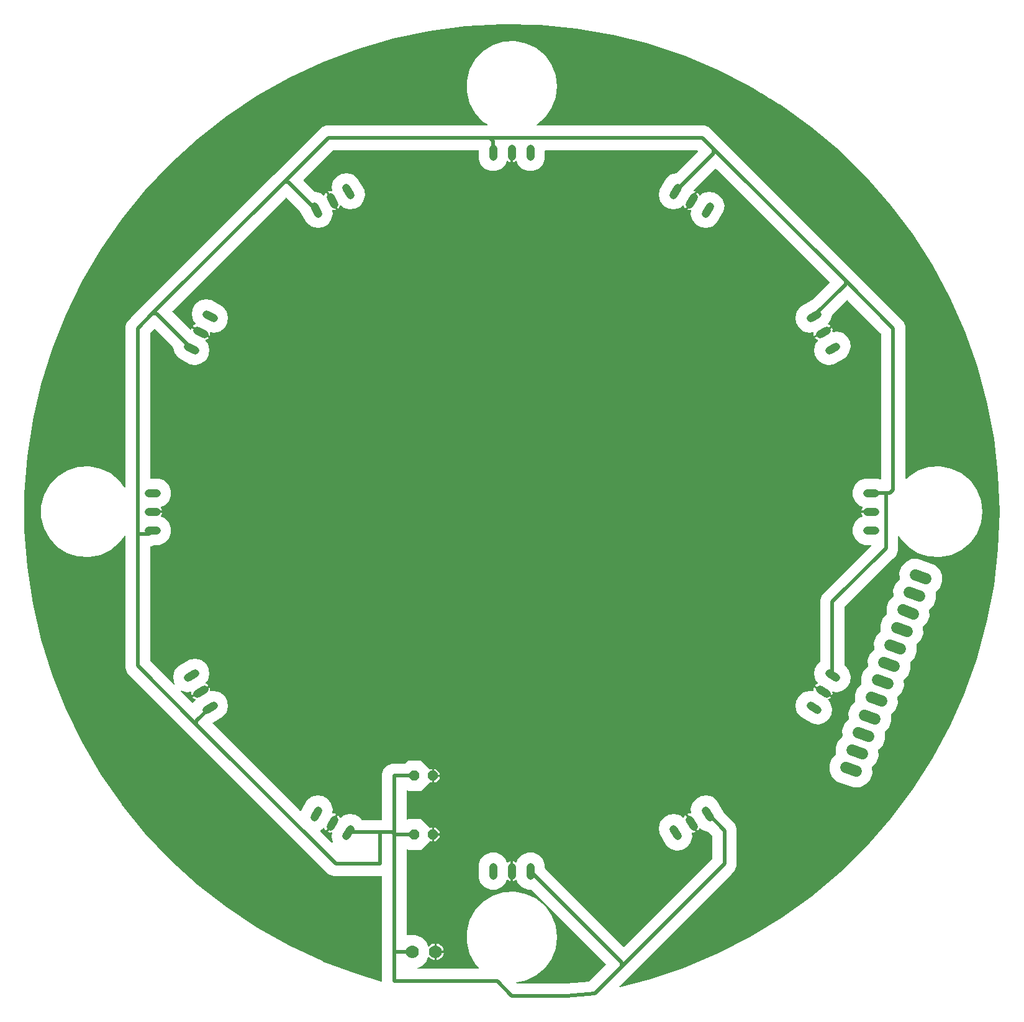
<source format=gbl>
G04 EAGLE Gerber RS-274X export*
G75*
%MOMM*%
%FSLAX34Y34*%
%LPD*%
%INBottom Copper*%
%IPPOS*%
%AMOC8*
5,1,8,0,0,1.08239X$1,22.5*%
G01*
%ADD10P,1.429621X8X22.500000*%
%ADD11C,1.524000*%
%ADD12C,1.108000*%
%ADD13C,1.778000*%
%ADD14C,0.508000*%

G36*
X147593Y-648105D02*
X147593Y-648105D01*
X147601Y-648105D01*
X147603Y-648104D01*
X147605Y-648104D01*
X186230Y-638404D01*
X186250Y-638396D01*
X186285Y-638388D01*
X233978Y-622492D01*
X233997Y-622482D01*
X234032Y-622472D01*
X280387Y-603014D01*
X280405Y-603002D01*
X280439Y-602989D01*
X325189Y-580081D01*
X325206Y-580069D01*
X325239Y-580053D01*
X368128Y-553826D01*
X368144Y-553812D01*
X368176Y-553794D01*
X408959Y-524399D01*
X408974Y-524384D01*
X409005Y-524364D01*
X447448Y-491968D01*
X447461Y-491952D01*
X447490Y-491929D01*
X483373Y-456719D01*
X483385Y-456702D01*
X483413Y-456677D01*
X516530Y-418854D01*
X516541Y-418836D01*
X516566Y-418810D01*
X546728Y-378590D01*
X546738Y-378571D01*
X546761Y-378543D01*
X573794Y-336158D01*
X573803Y-336138D01*
X573823Y-336108D01*
X597574Y-291800D01*
X597581Y-291779D01*
X597599Y-291748D01*
X617931Y-245770D01*
X617937Y-245749D01*
X617952Y-245717D01*
X634749Y-198333D01*
X634753Y-198312D01*
X634766Y-198278D01*
X647931Y-149760D01*
X647933Y-149738D01*
X647944Y-149703D01*
X657401Y-100329D01*
X657402Y-100307D01*
X657410Y-100272D01*
X663106Y-50323D01*
X663105Y-50302D01*
X663110Y-50265D01*
X665013Y-29D01*
X665010Y-8D01*
X665013Y29D01*
X663110Y50265D01*
X663106Y50286D01*
X663106Y50323D01*
X657410Y100272D01*
X657404Y100292D01*
X657401Y100329D01*
X647944Y149704D01*
X647936Y149724D01*
X647931Y149760D01*
X634766Y198278D01*
X634757Y198297D01*
X634749Y198333D01*
X617952Y245717D01*
X617942Y245735D01*
X617931Y245770D01*
X597599Y291748D01*
X597588Y291766D01*
X597574Y291800D01*
X573823Y336108D01*
X573810Y336125D01*
X573794Y336158D01*
X546761Y378543D01*
X546746Y378559D01*
X546728Y378590D01*
X516566Y418810D01*
X516551Y418824D01*
X516530Y418854D01*
X483412Y456677D01*
X483396Y456691D01*
X483373Y456719D01*
X447490Y491929D01*
X447473Y491942D01*
X447447Y491968D01*
X409005Y524364D01*
X408986Y524375D01*
X408959Y524399D01*
X368176Y553794D01*
X368157Y553804D01*
X368128Y553826D01*
X366964Y554538D01*
X365719Y555299D01*
X364475Y556060D01*
X364474Y556061D01*
X363230Y556822D01*
X361985Y557583D01*
X360740Y558344D01*
X359495Y559105D01*
X359495Y559106D01*
X358250Y559867D01*
X357005Y560628D01*
X355760Y561389D01*
X354516Y562150D01*
X354515Y562150D01*
X354515Y562151D01*
X353271Y562912D01*
X353270Y562912D01*
X352026Y563673D01*
X350781Y564434D01*
X349536Y565195D01*
X349536Y565196D01*
X348291Y565957D01*
X347046Y566718D01*
X345801Y567479D01*
X344556Y568240D01*
X344556Y568241D01*
X343312Y569002D01*
X343311Y569002D01*
X342067Y569763D01*
X342066Y569763D01*
X340822Y570524D01*
X339577Y571285D01*
X339577Y571286D01*
X338332Y572047D01*
X337087Y572808D01*
X335842Y573569D01*
X334597Y574330D01*
X334597Y574331D01*
X333352Y575092D01*
X332108Y575853D01*
X332107Y575853D01*
X330863Y576614D01*
X330862Y576614D01*
X329618Y577375D01*
X329618Y577376D01*
X328373Y578137D01*
X327128Y578898D01*
X325883Y579659D01*
X325239Y580053D01*
X325219Y580061D01*
X325189Y580081D01*
X280439Y602989D01*
X280418Y602996D01*
X280387Y603014D01*
X234032Y622472D01*
X234012Y622476D01*
X233978Y622492D01*
X186285Y638388D01*
X186264Y638392D01*
X186230Y638404D01*
X137471Y650649D01*
X137450Y650650D01*
X137415Y650660D01*
X87870Y659182D01*
X87849Y659182D01*
X87813Y659190D01*
X37765Y663940D01*
X37744Y663938D01*
X37708Y663943D01*
X-12556Y664894D01*
X-12577Y664891D01*
X-12614Y664893D01*
X-62805Y662040D01*
X-62826Y662036D01*
X-62863Y662035D01*
X-112695Y655394D01*
X-112715Y655388D01*
X-112751Y655385D01*
X-161938Y644994D01*
X-161958Y644987D01*
X-161994Y644980D01*
X-210255Y630900D01*
X-210274Y630891D01*
X-210309Y630882D01*
X-257367Y613192D01*
X-257385Y613181D01*
X-257420Y613170D01*
X-303005Y591971D01*
X-303022Y591959D01*
X-303056Y591945D01*
X-346907Y567360D01*
X-346924Y567347D01*
X-346956Y567330D01*
X-388822Y539499D01*
X-388838Y539485D01*
X-388869Y539465D01*
X-428510Y508548D01*
X-428525Y508532D01*
X-428554Y508511D01*
X-465744Y474684D01*
X-465757Y474667D01*
X-465785Y474643D01*
X-500310Y438101D01*
X-500322Y438083D01*
X-500348Y438057D01*
X-532010Y399008D01*
X-532020Y398990D01*
X-532044Y398962D01*
X-560663Y357630D01*
X-560672Y357611D01*
X-560694Y357582D01*
X-586104Y314204D01*
X-586112Y314184D01*
X-586131Y314153D01*
X-608188Y268978D01*
X-608194Y268957D01*
X-608212Y268925D01*
X-626789Y222211D01*
X-626794Y222190D01*
X-626808Y222156D01*
X-641799Y174171D01*
X-641802Y174150D01*
X-641814Y174115D01*
X-653134Y125134D01*
X-653135Y125112D01*
X-653144Y125077D01*
X-660727Y75380D01*
X-660727Y75358D01*
X-660733Y75322D01*
X-664535Y25194D01*
X-664533Y25173D01*
X-664537Y25136D01*
X-664537Y-25136D01*
X-664534Y-25157D01*
X-664535Y-25194D01*
X-660733Y-75322D01*
X-660728Y-75343D01*
X-660727Y-75380D01*
X-653144Y-125077D01*
X-653138Y-125097D01*
X-653134Y-125134D01*
X-641814Y-174115D01*
X-641806Y-174135D01*
X-641799Y-174171D01*
X-626808Y-222156D01*
X-626799Y-222175D01*
X-626789Y-222211D01*
X-608212Y-268925D01*
X-608201Y-268943D01*
X-608188Y-268978D01*
X-586131Y-314153D01*
X-586119Y-314170D01*
X-586104Y-314204D01*
X-560694Y-357582D01*
X-560680Y-357598D01*
X-560663Y-357630D01*
X-532044Y-398962D01*
X-532030Y-398977D01*
X-532010Y-399008D01*
X-500348Y-438057D01*
X-500332Y-438071D01*
X-500310Y-438101D01*
X-465785Y-474643D01*
X-465768Y-474656D01*
X-465744Y-474684D01*
X-428554Y-508511D01*
X-428536Y-508522D01*
X-428510Y-508548D01*
X-388869Y-539465D01*
X-388850Y-539476D01*
X-388822Y-539499D01*
X-346956Y-567330D01*
X-346937Y-567339D01*
X-346907Y-567360D01*
X-303056Y-591945D01*
X-303036Y-591952D01*
X-303005Y-591971D01*
X-257420Y-613170D01*
X-257399Y-613175D01*
X-257367Y-613192D01*
X-210309Y-630882D01*
X-210289Y-630886D01*
X-210255Y-630900D01*
X-177739Y-640387D01*
X-177735Y-640387D01*
X-177731Y-640389D01*
X-177614Y-640402D01*
X-177495Y-640417D01*
X-177491Y-640416D01*
X-177487Y-640416D01*
X-177371Y-640391D01*
X-177254Y-640367D01*
X-177250Y-640365D01*
X-177246Y-640364D01*
X-177145Y-640303D01*
X-177042Y-640243D01*
X-177039Y-640240D01*
X-177035Y-640238D01*
X-176958Y-640148D01*
X-176880Y-640058D01*
X-176878Y-640054D01*
X-176875Y-640051D01*
X-176830Y-639939D01*
X-176785Y-639831D01*
X-176785Y-639827D01*
X-176783Y-639823D01*
X-176765Y-639656D01*
X-176765Y-497526D01*
X-176768Y-497506D01*
X-176766Y-497487D01*
X-176788Y-497385D01*
X-176804Y-497283D01*
X-176814Y-497266D01*
X-176818Y-497246D01*
X-176871Y-497157D01*
X-176920Y-497066D01*
X-176934Y-497052D01*
X-176944Y-497035D01*
X-177023Y-496968D01*
X-177098Y-496896D01*
X-177116Y-496888D01*
X-177131Y-496875D01*
X-177227Y-496836D01*
X-177321Y-496793D01*
X-177341Y-496791D01*
X-177359Y-496783D01*
X-177526Y-496765D01*
X-243335Y-496765D01*
X-249496Y-494212D01*
X-524212Y-219496D01*
X-526765Y-213335D01*
X-526765Y-33687D01*
X-526766Y-33679D01*
X-526765Y-33671D01*
X-526786Y-33558D01*
X-526804Y-33444D01*
X-526808Y-33437D01*
X-526810Y-33429D01*
X-526866Y-33328D01*
X-526920Y-33227D01*
X-526925Y-33222D01*
X-526929Y-33215D01*
X-527014Y-33137D01*
X-527098Y-33058D01*
X-527105Y-33054D01*
X-527111Y-33049D01*
X-527216Y-33003D01*
X-527321Y-32954D01*
X-527329Y-32953D01*
X-527336Y-32950D01*
X-527451Y-32940D01*
X-527565Y-32927D01*
X-527573Y-32929D01*
X-527581Y-32928D01*
X-527693Y-32955D01*
X-527806Y-32979D01*
X-527813Y-32983D01*
X-527820Y-32985D01*
X-527918Y-33046D01*
X-528017Y-33105D01*
X-528022Y-33111D01*
X-528029Y-33116D01*
X-528142Y-33240D01*
X-534818Y-42429D01*
X-546789Y-52332D01*
X-560847Y-58947D01*
X-576108Y-61858D01*
X-591614Y-60883D01*
X-606390Y-56082D01*
X-619508Y-47757D01*
X-630143Y-36431D01*
X-637628Y-22817D01*
X-641492Y-7768D01*
X-641492Y7768D01*
X-637628Y22817D01*
X-630143Y36431D01*
X-619508Y47757D01*
X-606390Y56082D01*
X-591614Y60883D01*
X-576108Y61858D01*
X-560847Y58947D01*
X-546789Y52332D01*
X-534818Y42429D01*
X-528142Y33240D01*
X-528136Y33234D01*
X-528132Y33227D01*
X-528049Y33148D01*
X-527967Y33067D01*
X-527960Y33063D01*
X-527954Y33058D01*
X-527849Y33009D01*
X-527746Y32958D01*
X-527738Y32957D01*
X-527731Y32954D01*
X-527617Y32941D01*
X-527502Y32926D01*
X-527494Y32928D01*
X-527487Y32927D01*
X-527374Y32951D01*
X-527261Y32974D01*
X-527254Y32978D01*
X-527246Y32979D01*
X-527148Y33038D01*
X-527047Y33095D01*
X-527042Y33101D01*
X-527035Y33105D01*
X-526960Y33193D01*
X-526883Y33279D01*
X-526880Y33286D01*
X-526875Y33292D01*
X-526832Y33400D01*
X-526787Y33505D01*
X-526786Y33513D01*
X-526783Y33520D01*
X-526765Y33687D01*
X-526765Y253335D01*
X-524212Y259496D01*
X-519389Y264320D01*
X-504320Y279389D01*
X-504319Y279389D01*
X-499390Y284319D01*
X-499389Y284320D01*
X-324320Y459389D01*
X-324319Y459389D01*
X-319390Y464319D01*
X-319389Y464320D01*
X-259496Y524212D01*
X-253335Y526765D01*
X-33496Y526765D01*
X-33464Y526770D01*
X-33432Y526767D01*
X-33343Y526790D01*
X-33253Y526804D01*
X-33225Y526819D01*
X-33194Y526827D01*
X-33117Y526877D01*
X-33036Y526920D01*
X-33014Y526943D01*
X-32987Y526960D01*
X-32929Y527032D01*
X-32866Y527098D01*
X-32853Y527127D01*
X-32833Y527152D01*
X-32801Y527238D01*
X-32763Y527321D01*
X-32759Y527353D01*
X-32748Y527383D01*
X-32746Y527475D01*
X-32736Y527565D01*
X-32742Y527597D01*
X-32741Y527629D01*
X-32768Y527716D01*
X-32788Y527806D01*
X-32804Y527833D01*
X-32814Y527864D01*
X-32867Y527938D01*
X-32914Y528017D01*
X-32938Y528038D01*
X-32957Y528064D01*
X-33088Y528169D01*
X-39508Y532243D01*
X-50143Y543569D01*
X-57628Y557183D01*
X-61492Y572232D01*
X-61492Y587768D01*
X-57628Y602817D01*
X-50143Y616431D01*
X-39508Y627757D01*
X-26390Y636082D01*
X-11614Y640883D01*
X3892Y641858D01*
X19153Y638947D01*
X33211Y632332D01*
X45182Y622429D01*
X54314Y609859D01*
X60033Y595414D01*
X61981Y580000D01*
X60033Y564586D01*
X54314Y550141D01*
X45182Y537571D01*
X33748Y528113D01*
X33678Y528032D01*
X33604Y527954D01*
X33597Y527939D01*
X33587Y527927D01*
X33546Y527828D01*
X33500Y527731D01*
X33499Y527715D01*
X33492Y527700D01*
X33485Y527593D01*
X33473Y527487D01*
X33477Y527471D01*
X33476Y527455D01*
X33503Y527351D01*
X33526Y527246D01*
X33534Y527232D01*
X33538Y527217D01*
X33597Y527127D01*
X33652Y527035D01*
X33664Y527025D01*
X33673Y527011D01*
X33757Y526945D01*
X33839Y526875D01*
X33854Y526869D01*
X33866Y526859D01*
X33967Y526823D01*
X34067Y526783D01*
X34086Y526781D01*
X34098Y526777D01*
X34129Y526776D01*
X34234Y526765D01*
X263335Y526765D01*
X269496Y524212D01*
X469320Y324389D01*
X529389Y264320D01*
X529389Y264319D01*
X534212Y259496D01*
X536765Y253335D01*
X536765Y45710D01*
X536778Y45628D01*
X536783Y45545D01*
X536798Y45507D01*
X536804Y45468D01*
X536843Y45394D01*
X536875Y45316D01*
X536901Y45286D01*
X536920Y45250D01*
X536980Y45193D01*
X537034Y45129D01*
X537069Y45109D01*
X537098Y45081D01*
X537174Y45046D01*
X537245Y45003D01*
X537285Y44994D01*
X537321Y44977D01*
X537404Y44968D01*
X537486Y44950D01*
X537526Y44955D01*
X537565Y44950D01*
X537647Y44968D01*
X537730Y44977D01*
X537767Y44994D01*
X537806Y45002D01*
X537878Y45045D01*
X537953Y45080D01*
X537993Y45114D01*
X538017Y45129D01*
X538036Y45151D01*
X538081Y45189D01*
X540492Y47757D01*
X553610Y56082D01*
X568386Y60883D01*
X583892Y61858D01*
X599153Y58947D01*
X613211Y52332D01*
X625182Y42429D01*
X634314Y29859D01*
X640033Y15414D01*
X641981Y0D01*
X640033Y-15414D01*
X634314Y-29859D01*
X625182Y-42429D01*
X613211Y-52332D01*
X599153Y-58947D01*
X583892Y-61858D01*
X568386Y-60883D01*
X553610Y-56082D01*
X540492Y-47757D01*
X529857Y-36431D01*
X528193Y-33405D01*
X528159Y-33361D01*
X528132Y-33312D01*
X528083Y-33265D01*
X528041Y-33212D01*
X527995Y-33181D01*
X527954Y-33143D01*
X527893Y-33114D01*
X527836Y-33077D01*
X527782Y-33063D01*
X527731Y-33039D01*
X527664Y-33032D01*
X527598Y-33014D01*
X527542Y-33018D01*
X527487Y-33012D01*
X527420Y-33026D01*
X527352Y-33031D01*
X527301Y-33052D01*
X527246Y-33064D01*
X527188Y-33099D01*
X527125Y-33125D01*
X527083Y-33162D01*
X527035Y-33190D01*
X526991Y-33242D01*
X526940Y-33287D01*
X526912Y-33335D01*
X526875Y-33377D01*
X526850Y-33440D01*
X526815Y-33499D01*
X526804Y-33554D01*
X526783Y-33605D01*
X526772Y-33710D01*
X526765Y-33740D01*
X526767Y-33752D01*
X526765Y-33772D01*
X526765Y-53335D01*
X524212Y-59496D01*
X519390Y-64319D01*
X519389Y-64320D01*
X454040Y-129669D01*
X453987Y-129743D01*
X453927Y-129813D01*
X453915Y-129843D01*
X453896Y-129869D01*
X453869Y-129956D01*
X453835Y-130041D01*
X453831Y-130082D01*
X453824Y-130104D01*
X453825Y-130136D01*
X453817Y-130208D01*
X453817Y-209420D01*
X453828Y-209487D01*
X453829Y-209555D01*
X453847Y-209608D01*
X453856Y-209663D01*
X453888Y-209723D01*
X453911Y-209786D01*
X453945Y-209831D01*
X453972Y-209880D01*
X454020Y-209927D01*
X454062Y-209980D01*
X454126Y-210027D01*
X454150Y-210050D01*
X454169Y-210059D01*
X454197Y-210079D01*
X455137Y-210622D01*
X459924Y-216860D01*
X461959Y-224455D01*
X460932Y-232251D01*
X457001Y-239060D01*
X450763Y-243847D01*
X443168Y-245882D01*
X437914Y-245190D01*
X437868Y-245191D01*
X437823Y-245184D01*
X437746Y-245195D01*
X437668Y-245198D01*
X437625Y-245214D01*
X437580Y-245221D01*
X437510Y-245256D01*
X437438Y-245283D01*
X437402Y-245312D01*
X437361Y-245333D01*
X437307Y-245389D01*
X437246Y-245438D01*
X437222Y-245477D01*
X437190Y-245510D01*
X437156Y-245580D01*
X437114Y-245646D01*
X437104Y-245690D01*
X437084Y-245732D01*
X437074Y-245809D01*
X437056Y-245885D01*
X437060Y-245931D01*
X437054Y-245976D01*
X437075Y-246111D01*
X437076Y-246130D01*
X437078Y-246134D01*
X437079Y-246142D01*
X437161Y-246447D01*
X437265Y-248036D01*
X437057Y-249614D01*
X436776Y-250442D01*
X425741Y-244071D01*
X425722Y-244064D01*
X425706Y-244052D01*
X425608Y-244020D01*
X425511Y-243984D01*
X425491Y-243983D01*
X425472Y-243977D01*
X425368Y-243978D01*
X425265Y-243975D01*
X425246Y-243980D01*
X425226Y-243981D01*
X425129Y-244015D01*
X425029Y-244044D01*
X425013Y-244056D01*
X424994Y-244063D01*
X424912Y-244126D01*
X424828Y-244186D01*
X424816Y-244202D01*
X424801Y-244214D01*
X424828Y-244142D01*
X424829Y-244122D01*
X424835Y-244103D01*
X424833Y-244000D01*
X424837Y-243897D01*
X424831Y-243877D01*
X424831Y-243858D01*
X424797Y-243760D01*
X424767Y-243661D01*
X424756Y-243644D01*
X424749Y-243626D01*
X424685Y-243544D01*
X424626Y-243459D01*
X424610Y-243448D01*
X424598Y-243432D01*
X424462Y-243333D01*
X413427Y-236961D01*
X414004Y-236304D01*
X415266Y-235335D01*
X416694Y-234631D01*
X417000Y-234549D01*
X417041Y-234530D01*
X417086Y-234520D01*
X417153Y-234480D01*
X417224Y-234448D01*
X417257Y-234416D01*
X417297Y-234393D01*
X417347Y-234333D01*
X417404Y-234280D01*
X417426Y-234240D01*
X417455Y-234205D01*
X417484Y-234132D01*
X417521Y-234064D01*
X417529Y-234019D01*
X417546Y-233976D01*
X417550Y-233899D01*
X417564Y-233822D01*
X417557Y-233776D01*
X417559Y-233730D01*
X417538Y-233655D01*
X417527Y-233579D01*
X417506Y-233538D01*
X417493Y-233494D01*
X417422Y-233376D01*
X417414Y-233360D01*
X417410Y-233356D01*
X417406Y-233350D01*
X414180Y-229146D01*
X412145Y-221551D01*
X413172Y-213755D01*
X417103Y-206946D01*
X419989Y-204731D01*
X420002Y-204718D01*
X420017Y-204709D01*
X420086Y-204629D01*
X420158Y-204552D01*
X420165Y-204536D01*
X420177Y-204522D01*
X420216Y-204424D01*
X420260Y-204328D01*
X420262Y-204311D01*
X420269Y-204294D01*
X420287Y-204127D01*
X420287Y-119613D01*
X422840Y-113452D01*
X489827Y-46464D01*
X489869Y-46406D01*
X489918Y-46354D01*
X489940Y-46307D01*
X489970Y-46265D01*
X489991Y-46196D01*
X490022Y-46131D01*
X490027Y-46079D01*
X490043Y-46029D01*
X490041Y-45958D01*
X490049Y-45887D01*
X490038Y-45836D01*
X490036Y-45784D01*
X490012Y-45716D01*
X489997Y-45646D01*
X489970Y-45601D01*
X489952Y-45553D01*
X489907Y-45497D01*
X489870Y-45435D01*
X489831Y-45401D01*
X489798Y-45361D01*
X489738Y-45322D01*
X489683Y-45275D01*
X489635Y-45256D01*
X489591Y-45228D01*
X489522Y-45210D01*
X489455Y-45183D01*
X489384Y-45175D01*
X489353Y-45167D01*
X489329Y-45169D01*
X489289Y-45165D01*
X480529Y-45165D01*
X473264Y-42156D01*
X467704Y-36596D01*
X464695Y-29331D01*
X464695Y-21469D01*
X467704Y-14204D01*
X473264Y-8644D01*
X478160Y-6616D01*
X478199Y-6592D01*
X478242Y-6576D01*
X478303Y-6528D01*
X478369Y-6487D01*
X478398Y-6451D01*
X478434Y-6423D01*
X478476Y-6357D01*
X478526Y-6297D01*
X478542Y-6254D01*
X478567Y-6216D01*
X478586Y-6140D01*
X478614Y-6068D01*
X478616Y-6022D01*
X478627Y-5977D01*
X478621Y-5900D01*
X478624Y-5822D01*
X478612Y-5778D01*
X478608Y-5732D01*
X478578Y-5660D01*
X478556Y-5586D01*
X478530Y-5548D01*
X478512Y-5506D01*
X478426Y-5399D01*
X478416Y-5384D01*
X478412Y-5381D01*
X478407Y-5375D01*
X478183Y-5151D01*
X477299Y-3828D01*
X476690Y-2357D01*
X476519Y-1499D01*
X489262Y-1499D01*
X489281Y-1496D01*
X489301Y-1498D01*
X489403Y-1476D01*
X489505Y-1460D01*
X489522Y-1450D01*
X489542Y-1446D01*
X489631Y-1393D01*
X489722Y-1344D01*
X489736Y-1330D01*
X489753Y-1320D01*
X489820Y-1241D01*
X489891Y-1166D01*
X489900Y-1148D01*
X489913Y-1133D01*
X489951Y-1037D01*
X489995Y-943D01*
X489997Y-923D01*
X490005Y-905D01*
X490023Y-738D01*
X490023Y738D01*
X490020Y758D01*
X490022Y777D01*
X490000Y879D01*
X489983Y981D01*
X489974Y998D01*
X489970Y1018D01*
X489917Y1107D01*
X489868Y1198D01*
X489854Y1212D01*
X489844Y1229D01*
X489765Y1296D01*
X489690Y1368D01*
X489672Y1376D01*
X489657Y1389D01*
X489560Y1428D01*
X489467Y1471D01*
X489447Y1473D01*
X489429Y1481D01*
X489262Y1499D01*
X476519Y1499D01*
X476690Y2357D01*
X477299Y3828D01*
X478183Y5151D01*
X478407Y5375D01*
X478434Y5412D01*
X478468Y5443D01*
X478505Y5511D01*
X478550Y5574D01*
X478564Y5618D01*
X478586Y5659D01*
X478600Y5735D01*
X478623Y5810D01*
X478622Y5855D01*
X478630Y5901D01*
X478618Y5978D01*
X478616Y6055D01*
X478601Y6099D01*
X478594Y6144D01*
X478559Y6213D01*
X478532Y6286D01*
X478503Y6322D01*
X478483Y6363D01*
X478427Y6418D01*
X478378Y6479D01*
X478340Y6503D01*
X478307Y6536D01*
X478187Y6602D01*
X478171Y6612D01*
X478167Y6613D01*
X478160Y6616D01*
X473264Y8644D01*
X467704Y14204D01*
X464695Y21469D01*
X464695Y29331D01*
X467704Y36596D01*
X473264Y42156D01*
X480529Y45165D01*
X499471Y45165D01*
X502183Y44042D01*
X502227Y44031D01*
X502269Y44012D01*
X502346Y44003D01*
X502422Y43986D01*
X502468Y43990D01*
X502513Y43985D01*
X502590Y44001D01*
X502667Y44009D01*
X502709Y44027D01*
X502754Y44037D01*
X502821Y44077D01*
X502892Y44109D01*
X502926Y44140D01*
X502965Y44163D01*
X503016Y44222D01*
X503073Y44275D01*
X503095Y44315D01*
X503125Y44350D01*
X503154Y44422D01*
X503191Y44491D01*
X503200Y44536D01*
X503217Y44578D01*
X503232Y44714D01*
X503235Y44733D01*
X503234Y44738D01*
X503235Y44745D01*
X503235Y242741D01*
X503221Y242831D01*
X503213Y242922D01*
X503201Y242951D01*
X503196Y242983D01*
X503153Y243064D01*
X503117Y243148D01*
X503091Y243180D01*
X503080Y243201D01*
X503057Y243223D01*
X503012Y243279D01*
X457866Y288425D01*
X457850Y288437D01*
X457837Y288453D01*
X457750Y288509D01*
X457666Y288569D01*
X457647Y288575D01*
X457630Y288586D01*
X457530Y288611D01*
X457431Y288641D01*
X457411Y288641D01*
X457392Y288646D01*
X457289Y288638D01*
X457185Y288635D01*
X457166Y288628D01*
X457146Y288626D01*
X457052Y288586D01*
X456954Y288550D01*
X456938Y288538D01*
X456920Y288530D01*
X456789Y288425D01*
X436610Y268246D01*
X436543Y268153D01*
X436474Y268061D01*
X436470Y268051D01*
X436466Y268046D01*
X436460Y268025D01*
X436413Y267905D01*
X434523Y260854D01*
X431298Y256650D01*
X431276Y256609D01*
X431246Y256574D01*
X431218Y256502D01*
X431181Y256433D01*
X431174Y256388D01*
X431157Y256345D01*
X431153Y256268D01*
X431140Y256191D01*
X431147Y256145D01*
X431145Y256099D01*
X431167Y256025D01*
X431179Y255948D01*
X431200Y255907D01*
X431212Y255863D01*
X431257Y255799D01*
X431293Y255730D01*
X431326Y255698D01*
X431352Y255660D01*
X431414Y255613D01*
X431470Y255559D01*
X431512Y255540D01*
X431548Y255512D01*
X431676Y255463D01*
X431692Y255455D01*
X431697Y255454D01*
X431704Y255451D01*
X432010Y255369D01*
X433438Y254665D01*
X434700Y253696D01*
X435277Y253039D01*
X424242Y246667D01*
X424226Y246655D01*
X424208Y246647D01*
X424131Y246577D01*
X424051Y246512D01*
X424041Y246495D01*
X424026Y246481D01*
X423976Y246391D01*
X423921Y246303D01*
X423916Y246284D01*
X423906Y246267D01*
X423887Y246165D01*
X423863Y246064D01*
X423865Y246044D01*
X423861Y246025D01*
X423876Y245922D01*
X423885Y245819D01*
X423893Y245801D01*
X423896Y245782D01*
X423847Y245841D01*
X423830Y245852D01*
X423817Y245866D01*
X423726Y245917D01*
X423639Y245972D01*
X423619Y245976D01*
X423602Y245986D01*
X423500Y246005D01*
X423400Y246029D01*
X423380Y246027D01*
X423360Y246031D01*
X423258Y246017D01*
X423155Y246007D01*
X423136Y245999D01*
X423117Y245997D01*
X422963Y245929D01*
X411928Y239558D01*
X411647Y240386D01*
X411439Y241964D01*
X411543Y243553D01*
X411625Y243858D01*
X411629Y243904D01*
X411643Y243948D01*
X411641Y244026D01*
X411649Y244103D01*
X411639Y244148D01*
X411638Y244194D01*
X411612Y244267D01*
X411594Y244343D01*
X411570Y244382D01*
X411555Y244425D01*
X411507Y244486D01*
X411466Y244552D01*
X411431Y244582D01*
X411402Y244618D01*
X411337Y244660D01*
X411277Y244710D01*
X411234Y244727D01*
X411196Y244752D01*
X411121Y244771D01*
X411048Y244800D01*
X411002Y244802D01*
X410958Y244813D01*
X410821Y244811D01*
X410802Y244811D01*
X410798Y244810D01*
X410790Y244810D01*
X405536Y244118D01*
X397941Y246153D01*
X391703Y250940D01*
X387772Y257749D01*
X386745Y265545D01*
X388781Y273140D01*
X393567Y279378D01*
X409468Y288558D01*
X409480Y288568D01*
X409494Y288574D01*
X409625Y288679D01*
X433080Y312134D01*
X433092Y312150D01*
X433107Y312163D01*
X433164Y312250D01*
X433224Y312334D01*
X433230Y312353D01*
X433240Y312370D01*
X433266Y312470D01*
X433296Y312569D01*
X433296Y312589D01*
X433301Y312608D01*
X433293Y312711D01*
X433290Y312815D01*
X433283Y312834D01*
X433281Y312854D01*
X433241Y312948D01*
X433205Y313046D01*
X433193Y313062D01*
X433185Y313080D01*
X433080Y313211D01*
X278514Y467777D01*
X278498Y467789D01*
X278485Y467805D01*
X278398Y467861D01*
X278314Y467921D01*
X278295Y467927D01*
X278278Y467938D01*
X278178Y467963D01*
X278079Y467993D01*
X278059Y467993D01*
X278040Y467998D01*
X277937Y467990D01*
X277833Y467987D01*
X277814Y467980D01*
X277794Y467978D01*
X277700Y467938D01*
X277602Y467902D01*
X277586Y467890D01*
X277568Y467882D01*
X277437Y467777D01*
X248146Y438486D01*
X248133Y438468D01*
X248116Y438454D01*
X248061Y438368D01*
X248002Y438286D01*
X247996Y438265D01*
X247984Y438247D01*
X247960Y438148D01*
X247930Y438051D01*
X247930Y438029D01*
X247925Y438008D01*
X247934Y437907D01*
X247936Y437805D01*
X247944Y437784D01*
X247946Y437763D01*
X247986Y437670D01*
X248021Y437574D01*
X248035Y437557D01*
X248043Y437537D01*
X248111Y437462D01*
X248174Y437382D01*
X248193Y437370D01*
X248208Y437354D01*
X248296Y437304D01*
X248381Y437249D01*
X248403Y437244D01*
X248422Y437233D01*
X248585Y437193D01*
X249614Y437057D01*
X250442Y436776D01*
X244071Y425741D01*
X244064Y425722D01*
X244052Y425706D01*
X244020Y425608D01*
X243984Y425511D01*
X243983Y425491D01*
X243977Y425472D01*
X243978Y425368D01*
X243975Y425265D01*
X243980Y425246D01*
X243981Y425226D01*
X244015Y425129D01*
X244044Y425029D01*
X244056Y425013D01*
X244063Y424994D01*
X244126Y424912D01*
X244186Y424828D01*
X244202Y424816D01*
X244214Y424801D01*
X244142Y424828D01*
X244122Y424829D01*
X244103Y424835D01*
X244000Y424833D01*
X243897Y424837D01*
X243877Y424831D01*
X243857Y424831D01*
X243760Y424797D01*
X243661Y424767D01*
X243644Y424756D01*
X243626Y424749D01*
X243544Y424685D01*
X243459Y424626D01*
X243448Y424610D01*
X243432Y424598D01*
X243333Y424462D01*
X236961Y413427D01*
X236304Y414004D01*
X235335Y415266D01*
X234631Y416694D01*
X234549Y417000D01*
X234530Y417041D01*
X234520Y417086D01*
X234480Y417153D01*
X234448Y417224D01*
X234416Y417257D01*
X234393Y417297D01*
X234333Y417347D01*
X234280Y417404D01*
X234240Y417426D01*
X234205Y417455D01*
X234132Y417484D01*
X234064Y417521D01*
X234019Y417529D01*
X233976Y417546D01*
X233899Y417550D01*
X233822Y417564D01*
X233776Y417557D01*
X233730Y417559D01*
X233655Y417538D01*
X233579Y417527D01*
X233538Y417506D01*
X233494Y417493D01*
X233376Y417422D01*
X233360Y417414D01*
X233356Y417410D01*
X233350Y417406D01*
X229146Y414180D01*
X221551Y412145D01*
X213755Y413172D01*
X206946Y417103D01*
X202159Y423341D01*
X200124Y430936D01*
X201150Y438732D01*
X210622Y455137D01*
X216860Y459924D01*
X223910Y461813D01*
X224015Y461860D01*
X224121Y461905D01*
X224129Y461911D01*
X224135Y461914D01*
X224151Y461929D01*
X224252Y462010D01*
X253728Y491486D01*
X253740Y491502D01*
X253755Y491515D01*
X253812Y491602D01*
X253872Y491686D01*
X253878Y491705D01*
X253888Y491722D01*
X253914Y491822D01*
X253944Y491921D01*
X253944Y491941D01*
X253949Y491960D01*
X253940Y492063D01*
X253938Y492167D01*
X253931Y492186D01*
X253929Y492206D01*
X253889Y492301D01*
X253853Y492398D01*
X253841Y492414D01*
X253833Y492432D01*
X253728Y492563D01*
X253279Y493012D01*
X253205Y493066D01*
X253135Y493125D01*
X253105Y493137D01*
X253079Y493156D01*
X252992Y493183D01*
X252907Y493217D01*
X252866Y493221D01*
X252844Y493228D01*
X252812Y493227D01*
X252740Y493235D01*
X45926Y493235D01*
X45906Y493232D01*
X45887Y493234D01*
X45785Y493212D01*
X45683Y493196D01*
X45666Y493186D01*
X45646Y493182D01*
X45557Y493129D01*
X45466Y493080D01*
X45452Y493066D01*
X45435Y493056D01*
X45368Y492977D01*
X45296Y492902D01*
X45288Y492884D01*
X45275Y492869D01*
X45236Y492773D01*
X45193Y492679D01*
X45191Y492659D01*
X45183Y492641D01*
X45165Y492474D01*
X45165Y480529D01*
X42156Y473264D01*
X36596Y467704D01*
X29331Y464695D01*
X21469Y464695D01*
X14204Y467704D01*
X8644Y473264D01*
X6616Y478160D01*
X6592Y478199D01*
X6576Y478242D01*
X6528Y478303D01*
X6487Y478369D01*
X6451Y478398D01*
X6423Y478434D01*
X6357Y478476D01*
X6297Y478526D01*
X6254Y478542D01*
X6216Y478567D01*
X6140Y478586D01*
X6068Y478614D01*
X6022Y478616D01*
X5977Y478627D01*
X5900Y478621D01*
X5822Y478624D01*
X5778Y478612D01*
X5732Y478608D01*
X5660Y478578D01*
X5586Y478556D01*
X5548Y478530D01*
X5506Y478512D01*
X5399Y478426D01*
X5384Y478416D01*
X5381Y478412D01*
X5375Y478407D01*
X5151Y478183D01*
X3828Y477299D01*
X2357Y476690D01*
X1499Y476519D01*
X1499Y489262D01*
X1496Y489281D01*
X1498Y489301D01*
X1476Y489403D01*
X1460Y489505D01*
X1450Y489522D01*
X1446Y489542D01*
X1393Y489631D01*
X1344Y489722D01*
X1330Y489736D01*
X1320Y489753D01*
X1241Y489820D01*
X1166Y489891D01*
X1148Y489900D01*
X1133Y489913D01*
X1037Y489951D01*
X943Y489995D01*
X923Y489997D01*
X905Y490005D01*
X738Y490023D01*
X-738Y490023D01*
X-758Y490020D01*
X-777Y490022D01*
X-879Y490000D01*
X-981Y489983D01*
X-998Y489974D01*
X-1018Y489970D01*
X-1107Y489917D01*
X-1198Y489868D01*
X-1212Y489854D01*
X-1229Y489844D01*
X-1296Y489765D01*
X-1368Y489690D01*
X-1376Y489672D01*
X-1389Y489657D01*
X-1428Y489560D01*
X-1471Y489467D01*
X-1473Y489447D01*
X-1481Y489429D01*
X-1499Y489262D01*
X-1499Y476519D01*
X-2357Y476690D01*
X-3828Y477299D01*
X-5151Y478183D01*
X-5375Y478407D01*
X-5412Y478434D01*
X-5443Y478468D01*
X-5511Y478505D01*
X-5574Y478550D01*
X-5618Y478564D01*
X-5659Y478586D01*
X-5735Y478600D01*
X-5810Y478623D01*
X-5855Y478622D01*
X-5901Y478630D01*
X-5978Y478618D01*
X-6055Y478616D01*
X-6099Y478601D01*
X-6144Y478594D01*
X-6213Y478559D01*
X-6286Y478532D01*
X-6322Y478503D01*
X-6363Y478483D01*
X-6418Y478427D01*
X-6479Y478378D01*
X-6503Y478340D01*
X-6536Y478307D01*
X-6602Y478187D01*
X-6612Y478171D01*
X-6613Y478167D01*
X-6616Y478160D01*
X-8644Y473264D01*
X-14204Y467704D01*
X-21469Y464695D01*
X-29331Y464695D01*
X-36596Y467704D01*
X-42156Y473264D01*
X-45165Y480529D01*
X-45165Y492474D01*
X-45168Y492494D01*
X-45166Y492513D01*
X-45188Y492615D01*
X-45204Y492717D01*
X-45214Y492734D01*
X-45218Y492754D01*
X-45271Y492843D01*
X-45320Y492934D01*
X-45334Y492948D01*
X-45344Y492965D01*
X-45423Y493032D01*
X-45498Y493104D01*
X-45516Y493112D01*
X-45531Y493125D01*
X-45627Y493164D01*
X-45721Y493207D01*
X-45741Y493209D01*
X-45759Y493217D01*
X-45926Y493235D01*
X-242740Y493235D01*
X-242831Y493221D01*
X-242921Y493213D01*
X-242951Y493201D01*
X-242983Y493196D01*
X-243064Y493153D01*
X-243148Y493117D01*
X-243180Y493091D01*
X-243201Y493080D01*
X-243223Y493057D01*
X-243279Y493012D01*
X-283425Y452866D01*
X-283437Y452850D01*
X-283453Y452837D01*
X-283509Y452750D01*
X-283569Y452666D01*
X-283575Y452647D01*
X-283586Y452630D01*
X-283611Y452530D01*
X-283641Y452431D01*
X-283641Y452411D01*
X-283646Y452392D01*
X-283638Y452289D01*
X-283635Y452185D01*
X-283628Y452166D01*
X-283626Y452146D01*
X-283586Y452052D01*
X-283550Y451954D01*
X-283538Y451938D01*
X-283530Y451920D01*
X-283425Y451789D01*
X-268246Y436610D01*
X-268153Y436543D01*
X-268061Y436474D01*
X-268051Y436470D01*
X-268046Y436466D01*
X-268025Y436460D01*
X-267905Y436413D01*
X-260854Y434523D01*
X-256650Y431298D01*
X-256609Y431276D01*
X-256574Y431246D01*
X-256502Y431218D01*
X-256433Y431181D01*
X-256388Y431174D01*
X-256345Y431157D01*
X-256268Y431153D01*
X-256191Y431140D01*
X-256145Y431147D01*
X-256099Y431145D01*
X-256025Y431167D01*
X-255948Y431179D01*
X-255907Y431200D01*
X-255863Y431212D01*
X-255799Y431257D01*
X-255730Y431293D01*
X-255698Y431326D01*
X-255660Y431352D01*
X-255613Y431414D01*
X-255559Y431470D01*
X-255540Y431512D01*
X-255512Y431548D01*
X-255463Y431676D01*
X-255455Y431692D01*
X-255454Y431697D01*
X-255451Y431704D01*
X-255369Y432010D01*
X-254665Y433438D01*
X-253696Y434700D01*
X-253039Y435277D01*
X-246667Y424242D01*
X-246655Y424226D01*
X-246647Y424208D01*
X-246577Y424131D01*
X-246512Y424051D01*
X-246495Y424041D01*
X-246481Y424026D01*
X-246391Y423976D01*
X-246303Y423921D01*
X-246284Y423916D01*
X-246267Y423906D01*
X-246165Y423887D01*
X-246064Y423863D01*
X-246044Y423865D01*
X-246025Y423861D01*
X-245922Y423876D01*
X-245819Y423885D01*
X-245801Y423893D01*
X-245782Y423896D01*
X-245841Y423847D01*
X-245852Y423830D01*
X-245866Y423817D01*
X-245917Y423727D01*
X-245972Y423639D01*
X-245976Y423619D01*
X-245986Y423602D01*
X-246005Y423501D01*
X-246029Y423400D01*
X-246027Y423380D01*
X-246031Y423360D01*
X-246017Y423258D01*
X-246007Y423155D01*
X-245999Y423136D01*
X-245997Y423117D01*
X-245929Y422963D01*
X-239558Y411928D01*
X-240386Y411647D01*
X-241964Y411439D01*
X-243553Y411543D01*
X-243858Y411625D01*
X-243904Y411629D01*
X-243948Y411643D01*
X-244026Y411641D01*
X-244103Y411649D01*
X-244148Y411639D01*
X-244194Y411638D01*
X-244267Y411612D01*
X-244343Y411594D01*
X-244382Y411570D01*
X-244425Y411555D01*
X-244486Y411507D01*
X-244552Y411466D01*
X-244582Y411431D01*
X-244618Y411402D01*
X-244660Y411337D01*
X-244710Y411277D01*
X-244727Y411234D01*
X-244752Y411196D01*
X-244771Y411121D01*
X-244800Y411048D01*
X-244802Y411002D01*
X-244813Y410958D01*
X-244811Y410821D01*
X-244811Y410802D01*
X-244810Y410798D01*
X-244810Y410790D01*
X-244118Y405536D01*
X-246153Y397941D01*
X-250940Y391703D01*
X-257749Y387772D01*
X-265545Y386745D01*
X-273140Y388781D01*
X-279378Y393567D01*
X-288558Y409468D01*
X-288568Y409480D01*
X-288574Y409494D01*
X-288679Y409625D01*
X-307134Y428080D01*
X-307150Y428092D01*
X-307163Y428107D01*
X-307238Y428156D01*
X-307255Y428170D01*
X-307265Y428175D01*
X-307334Y428224D01*
X-307353Y428230D01*
X-307370Y428240D01*
X-307470Y428266D01*
X-307569Y428296D01*
X-307589Y428296D01*
X-307608Y428301D01*
X-307711Y428293D01*
X-307815Y428290D01*
X-307834Y428283D01*
X-307854Y428281D01*
X-307948Y428241D01*
X-308046Y428205D01*
X-308062Y428193D01*
X-308080Y428185D01*
X-308151Y428128D01*
X-308155Y428126D01*
X-308160Y428121D01*
X-308211Y428080D01*
X-462777Y273514D01*
X-462789Y273498D01*
X-462805Y273485D01*
X-462834Y273440D01*
X-462858Y273414D01*
X-462875Y273378D01*
X-462921Y273314D01*
X-462927Y273295D01*
X-462938Y273278D01*
X-462957Y273201D01*
X-462962Y273191D01*
X-462963Y273176D01*
X-462993Y273079D01*
X-462993Y273059D01*
X-462998Y273040D01*
X-462990Y272937D01*
X-462987Y272833D01*
X-462980Y272814D01*
X-462978Y272794D01*
X-462938Y272700D01*
X-462902Y272602D01*
X-462890Y272586D01*
X-462882Y272568D01*
X-462777Y272437D01*
X-438486Y248146D01*
X-438468Y248133D01*
X-438454Y248116D01*
X-438369Y248061D01*
X-438286Y248002D01*
X-438265Y247996D01*
X-438247Y247984D01*
X-438148Y247960D01*
X-438051Y247930D01*
X-438029Y247930D01*
X-438008Y247925D01*
X-437907Y247934D01*
X-437805Y247936D01*
X-437785Y247944D01*
X-437763Y247946D01*
X-437670Y247986D01*
X-437574Y248021D01*
X-437557Y248035D01*
X-437537Y248043D01*
X-437462Y248111D01*
X-437382Y248174D01*
X-437370Y248193D01*
X-437354Y248208D01*
X-437304Y248296D01*
X-437249Y248381D01*
X-437244Y248403D01*
X-437233Y248422D01*
X-437193Y248585D01*
X-437057Y249614D01*
X-436776Y250442D01*
X-425741Y244071D01*
X-425722Y244064D01*
X-425706Y244052D01*
X-425608Y244020D01*
X-425511Y243984D01*
X-425491Y243983D01*
X-425472Y243977D01*
X-425368Y243978D01*
X-425265Y243975D01*
X-425246Y243980D01*
X-425226Y243981D01*
X-425129Y244015D01*
X-425029Y244044D01*
X-425013Y244056D01*
X-424994Y244063D01*
X-424912Y244126D01*
X-424828Y244186D01*
X-424816Y244202D01*
X-424801Y244214D01*
X-424828Y244142D01*
X-424829Y244122D01*
X-424835Y244103D01*
X-424833Y244000D01*
X-424837Y243896D01*
X-424831Y243877D01*
X-424831Y243857D01*
X-424797Y243760D01*
X-424767Y243661D01*
X-424756Y243644D01*
X-424749Y243626D01*
X-424685Y243544D01*
X-424626Y243459D01*
X-424610Y243448D01*
X-424597Y243432D01*
X-424462Y243333D01*
X-413427Y236961D01*
X-414004Y236304D01*
X-415266Y235335D01*
X-416694Y234631D01*
X-417000Y234549D01*
X-417041Y234530D01*
X-417086Y234520D01*
X-417153Y234480D01*
X-417224Y234448D01*
X-417257Y234416D01*
X-417297Y234393D01*
X-417347Y234333D01*
X-417404Y234280D01*
X-417426Y234240D01*
X-417455Y234205D01*
X-417484Y234132D01*
X-417521Y234064D01*
X-417529Y234019D01*
X-417546Y233976D01*
X-417550Y233899D01*
X-417564Y233822D01*
X-417557Y233776D01*
X-417559Y233731D01*
X-417538Y233656D01*
X-417527Y233579D01*
X-417506Y233538D01*
X-417493Y233494D01*
X-417422Y233377D01*
X-417414Y233360D01*
X-417410Y233356D01*
X-417406Y233350D01*
X-414181Y229146D01*
X-412145Y221551D01*
X-413172Y213755D01*
X-417103Y206946D01*
X-423341Y202159D01*
X-430936Y200124D01*
X-438732Y201150D01*
X-455137Y210622D01*
X-459923Y216860D01*
X-461813Y223910D01*
X-461860Y224016D01*
X-461905Y224121D01*
X-461911Y224129D01*
X-461914Y224135D01*
X-461929Y224151D01*
X-462010Y224252D01*
X-486486Y248728D01*
X-486502Y248740D01*
X-486515Y248755D01*
X-486602Y248812D01*
X-486686Y248872D01*
X-486705Y248878D01*
X-486722Y248888D01*
X-486822Y248914D01*
X-486921Y248944D01*
X-486941Y248944D01*
X-486960Y248949D01*
X-487063Y248940D01*
X-487167Y248938D01*
X-487186Y248931D01*
X-487206Y248929D01*
X-487300Y248889D01*
X-487398Y248853D01*
X-487414Y248841D01*
X-487432Y248833D01*
X-487563Y248728D01*
X-493012Y243279D01*
X-493065Y243205D01*
X-493125Y243135D01*
X-493137Y243105D01*
X-493156Y243079D01*
X-493183Y242992D01*
X-493217Y242907D01*
X-493221Y242866D01*
X-493228Y242844D01*
X-493227Y242812D01*
X-493235Y242740D01*
X-493235Y45926D01*
X-493232Y45906D01*
X-493234Y45887D01*
X-493212Y45785D01*
X-493196Y45683D01*
X-493186Y45666D01*
X-493182Y45646D01*
X-493129Y45557D01*
X-493080Y45466D01*
X-493066Y45452D01*
X-493056Y45435D01*
X-492977Y45368D01*
X-492902Y45296D01*
X-492884Y45288D01*
X-492869Y45275D01*
X-492773Y45236D01*
X-492679Y45193D01*
X-492659Y45191D01*
X-492641Y45183D01*
X-492474Y45165D01*
X-480529Y45165D01*
X-473264Y42156D01*
X-467704Y36596D01*
X-464695Y29331D01*
X-464695Y21469D01*
X-467704Y14204D01*
X-473264Y8644D01*
X-478160Y6616D01*
X-478199Y6592D01*
X-478242Y6576D01*
X-478303Y6528D01*
X-478369Y6487D01*
X-478398Y6451D01*
X-478434Y6423D01*
X-478476Y6357D01*
X-478526Y6297D01*
X-478542Y6254D01*
X-478567Y6216D01*
X-478586Y6140D01*
X-478614Y6068D01*
X-478616Y6022D01*
X-478627Y5977D01*
X-478621Y5900D01*
X-478624Y5822D01*
X-478612Y5778D01*
X-478608Y5732D01*
X-478578Y5660D01*
X-478556Y5586D01*
X-478530Y5548D01*
X-478512Y5506D01*
X-478426Y5399D01*
X-478416Y5384D01*
X-478412Y5381D01*
X-478407Y5375D01*
X-478183Y5151D01*
X-477299Y3828D01*
X-476690Y2357D01*
X-476519Y1499D01*
X-489262Y1499D01*
X-489281Y1496D01*
X-489301Y1498D01*
X-489403Y1476D01*
X-489505Y1460D01*
X-489522Y1450D01*
X-489542Y1446D01*
X-489631Y1393D01*
X-489722Y1344D01*
X-489736Y1330D01*
X-489753Y1320D01*
X-489820Y1241D01*
X-489891Y1166D01*
X-489900Y1148D01*
X-489913Y1133D01*
X-489951Y1037D01*
X-489995Y943D01*
X-489997Y923D01*
X-490005Y905D01*
X-490023Y738D01*
X-490023Y-738D01*
X-490020Y-758D01*
X-490022Y-777D01*
X-490000Y-879D01*
X-489983Y-981D01*
X-489974Y-998D01*
X-489970Y-1018D01*
X-489917Y-1107D01*
X-489868Y-1198D01*
X-489854Y-1212D01*
X-489844Y-1229D01*
X-489765Y-1296D01*
X-489690Y-1368D01*
X-489672Y-1376D01*
X-489657Y-1389D01*
X-489560Y-1428D01*
X-489467Y-1471D01*
X-489447Y-1473D01*
X-489429Y-1481D01*
X-489262Y-1499D01*
X-476519Y-1499D01*
X-476690Y-2357D01*
X-477299Y-3828D01*
X-478183Y-5151D01*
X-478407Y-5375D01*
X-478434Y-5412D01*
X-478467Y-5443D01*
X-478505Y-5512D01*
X-478550Y-5575D01*
X-478564Y-5618D01*
X-478586Y-5659D01*
X-478600Y-5735D01*
X-478623Y-5810D01*
X-478622Y-5855D01*
X-478630Y-5901D01*
X-478618Y-5978D01*
X-478616Y-6056D01*
X-478601Y-6099D01*
X-478594Y-6144D01*
X-478559Y-6213D01*
X-478532Y-6287D01*
X-478503Y-6322D01*
X-478482Y-6363D01*
X-478427Y-6418D01*
X-478378Y-6479D01*
X-478340Y-6503D01*
X-478307Y-6536D01*
X-478187Y-6601D01*
X-478171Y-6612D01*
X-478167Y-6613D01*
X-478160Y-6616D01*
X-473264Y-8644D01*
X-467704Y-14204D01*
X-464695Y-21469D01*
X-464695Y-29331D01*
X-467704Y-36596D01*
X-473264Y-42156D01*
X-480529Y-45165D01*
X-487251Y-45165D01*
X-487316Y-45175D01*
X-487381Y-45176D01*
X-487461Y-45199D01*
X-487494Y-45204D01*
X-487511Y-45214D01*
X-487542Y-45223D01*
X-491265Y-46765D01*
X-492474Y-46765D01*
X-492494Y-46768D01*
X-492513Y-46766D01*
X-492615Y-46788D01*
X-492717Y-46804D01*
X-492734Y-46814D01*
X-492754Y-46818D01*
X-492843Y-46871D01*
X-492934Y-46920D01*
X-492948Y-46934D01*
X-492965Y-46944D01*
X-493032Y-47023D01*
X-493104Y-47098D01*
X-493112Y-47116D01*
X-493125Y-47131D01*
X-493164Y-47227D01*
X-493207Y-47321D01*
X-493209Y-47341D01*
X-493217Y-47359D01*
X-493235Y-47526D01*
X-493235Y-202740D01*
X-493221Y-202831D01*
X-493213Y-202921D01*
X-493201Y-202951D01*
X-493196Y-202983D01*
X-493153Y-203064D01*
X-493117Y-203148D01*
X-493091Y-203180D01*
X-493080Y-203201D01*
X-493057Y-203223D01*
X-493012Y-203279D01*
X-460775Y-235516D01*
X-460755Y-235530D01*
X-460740Y-235549D01*
X-460656Y-235602D01*
X-460575Y-235660D01*
X-460552Y-235667D01*
X-460532Y-235680D01*
X-460435Y-235703D01*
X-460340Y-235732D01*
X-460316Y-235731D01*
X-460293Y-235737D01*
X-460194Y-235728D01*
X-460094Y-235726D01*
X-460072Y-235717D01*
X-460048Y-235715D01*
X-459957Y-235675D01*
X-459863Y-235641D01*
X-459844Y-235626D01*
X-459822Y-235617D01*
X-459749Y-235550D01*
X-459671Y-235488D01*
X-459658Y-235467D01*
X-459640Y-235451D01*
X-459592Y-235364D01*
X-459538Y-235281D01*
X-459532Y-235257D01*
X-459521Y-235236D01*
X-459502Y-235139D01*
X-459478Y-235042D01*
X-459480Y-235018D01*
X-459476Y-234994D01*
X-459489Y-234896D01*
X-459497Y-234797D01*
X-459507Y-234775D01*
X-459510Y-234751D01*
X-459577Y-234597D01*
X-460932Y-232251D01*
X-461959Y-224455D01*
X-459924Y-216860D01*
X-455137Y-210622D01*
X-438732Y-201150D01*
X-430936Y-200124D01*
X-423341Y-202159D01*
X-417103Y-206946D01*
X-413172Y-213755D01*
X-412145Y-221551D01*
X-414180Y-229146D01*
X-417406Y-233350D01*
X-417428Y-233390D01*
X-417458Y-233426D01*
X-417486Y-233498D01*
X-417523Y-233567D01*
X-417530Y-233612D01*
X-417547Y-233655D01*
X-417551Y-233732D01*
X-417564Y-233809D01*
X-417557Y-233855D01*
X-417559Y-233900D01*
X-417537Y-233975D01*
X-417525Y-234052D01*
X-417504Y-234093D01*
X-417492Y-234137D01*
X-417447Y-234201D01*
X-417411Y-234270D01*
X-417378Y-234302D01*
X-417352Y-234340D01*
X-417290Y-234387D01*
X-417234Y-234441D01*
X-417192Y-234460D01*
X-417156Y-234488D01*
X-417028Y-234537D01*
X-417011Y-234545D01*
X-417007Y-234546D01*
X-417000Y-234549D01*
X-416694Y-234631D01*
X-415266Y-235335D01*
X-414004Y-236304D01*
X-413427Y-236961D01*
X-424462Y-243333D01*
X-424478Y-243345D01*
X-424496Y-243353D01*
X-424573Y-243423D01*
X-424653Y-243488D01*
X-424663Y-243505D01*
X-424678Y-243519D01*
X-424728Y-243609D01*
X-424783Y-243697D01*
X-424788Y-243716D01*
X-424798Y-243733D01*
X-424817Y-243835D01*
X-424841Y-243936D01*
X-424839Y-243956D01*
X-424843Y-243975D01*
X-424828Y-244078D01*
X-424819Y-244181D01*
X-424811Y-244199D01*
X-424808Y-244218D01*
X-424857Y-244159D01*
X-424874Y-244148D01*
X-424887Y-244134D01*
X-424978Y-244083D01*
X-425065Y-244028D01*
X-425085Y-244024D01*
X-425102Y-244014D01*
X-425204Y-243995D01*
X-425304Y-243971D01*
X-425324Y-243973D01*
X-425344Y-243969D01*
X-425446Y-243983D01*
X-425549Y-243993D01*
X-425568Y-244001D01*
X-425587Y-244003D01*
X-425741Y-244071D01*
X-436776Y-250442D01*
X-437057Y-249614D01*
X-437265Y-248036D01*
X-437161Y-246447D01*
X-437079Y-246142D01*
X-437075Y-246096D01*
X-437061Y-246052D01*
X-437063Y-245975D01*
X-437055Y-245897D01*
X-437065Y-245852D01*
X-437066Y-245806D01*
X-437092Y-245733D01*
X-437110Y-245657D01*
X-437134Y-245618D01*
X-437149Y-245575D01*
X-437197Y-245514D01*
X-437238Y-245448D01*
X-437273Y-245418D01*
X-437302Y-245382D01*
X-437367Y-245340D01*
X-437427Y-245290D01*
X-437469Y-245273D01*
X-437508Y-245248D01*
X-437584Y-245229D01*
X-437656Y-245200D01*
X-437702Y-245198D01*
X-437746Y-245187D01*
X-437883Y-245189D01*
X-437902Y-245189D01*
X-437906Y-245190D01*
X-437914Y-245190D01*
X-443168Y-245882D01*
X-450316Y-243966D01*
X-450363Y-243962D01*
X-450409Y-243948D01*
X-450485Y-243950D01*
X-450560Y-243942D01*
X-450607Y-243953D01*
X-450655Y-243954D01*
X-450726Y-243980D01*
X-450800Y-243997D01*
X-450841Y-244022D01*
X-450886Y-244038D01*
X-450945Y-244086D01*
X-451010Y-244125D01*
X-451041Y-244162D01*
X-451078Y-244192D01*
X-451119Y-244256D01*
X-451168Y-244314D01*
X-451185Y-244359D01*
X-451211Y-244399D01*
X-451230Y-244473D01*
X-451257Y-244543D01*
X-451260Y-244591D01*
X-451271Y-244638D01*
X-451265Y-244713D01*
X-451269Y-244789D01*
X-451256Y-244835D01*
X-451252Y-244883D01*
X-451223Y-244952D01*
X-451202Y-245025D01*
X-451175Y-245065D01*
X-451156Y-245109D01*
X-451075Y-245210D01*
X-451063Y-245228D01*
X-451057Y-245232D01*
X-451051Y-245240D01*
X-435534Y-260757D01*
X-435477Y-260798D01*
X-435427Y-260846D01*
X-435378Y-260869D01*
X-435334Y-260901D01*
X-435268Y-260921D01*
X-435205Y-260951D01*
X-435151Y-260957D01*
X-435099Y-260973D01*
X-435030Y-260971D01*
X-434960Y-260979D01*
X-434907Y-260968D01*
X-434853Y-260967D01*
X-434788Y-260943D01*
X-434720Y-260928D01*
X-434673Y-260901D01*
X-434622Y-260882D01*
X-434568Y-260839D01*
X-434508Y-260803D01*
X-434456Y-260749D01*
X-434430Y-260729D01*
X-434418Y-260710D01*
X-434392Y-260682D01*
X-431298Y-256650D01*
X-431276Y-256610D01*
X-431246Y-256574D01*
X-431218Y-256502D01*
X-431181Y-256433D01*
X-431174Y-256388D01*
X-431157Y-256345D01*
X-431153Y-256267D01*
X-431140Y-256191D01*
X-431147Y-256145D01*
X-431145Y-256099D01*
X-431167Y-256025D01*
X-431179Y-255948D01*
X-431200Y-255907D01*
X-431213Y-255863D01*
X-431257Y-255799D01*
X-431293Y-255730D01*
X-431326Y-255698D01*
X-431352Y-255660D01*
X-431414Y-255613D01*
X-431470Y-255559D01*
X-431512Y-255540D01*
X-431548Y-255512D01*
X-431675Y-255463D01*
X-431693Y-255455D01*
X-431698Y-255454D01*
X-431705Y-255451D01*
X-432010Y-255369D01*
X-433438Y-254665D01*
X-434700Y-253696D01*
X-435277Y-253039D01*
X-424242Y-246667D01*
X-424226Y-246655D01*
X-424208Y-246647D01*
X-424131Y-246577D01*
X-424051Y-246512D01*
X-424041Y-246495D01*
X-424026Y-246481D01*
X-423976Y-246391D01*
X-423921Y-246303D01*
X-423916Y-246284D01*
X-423906Y-246267D01*
X-423887Y-246165D01*
X-423863Y-246064D01*
X-423865Y-246044D01*
X-423861Y-246025D01*
X-423876Y-245922D01*
X-423885Y-245819D01*
X-423893Y-245801D01*
X-423896Y-245782D01*
X-423847Y-245841D01*
X-423830Y-245852D01*
X-423817Y-245866D01*
X-423726Y-245917D01*
X-423639Y-245972D01*
X-423619Y-245976D01*
X-423602Y-245986D01*
X-423500Y-246005D01*
X-423400Y-246029D01*
X-423380Y-246027D01*
X-423360Y-246031D01*
X-423258Y-246017D01*
X-423155Y-246007D01*
X-423136Y-245999D01*
X-423117Y-245997D01*
X-422963Y-245929D01*
X-411928Y-239558D01*
X-411647Y-240386D01*
X-411439Y-241964D01*
X-411543Y-243553D01*
X-411625Y-243858D01*
X-411629Y-243904D01*
X-411643Y-243948D01*
X-411641Y-244025D01*
X-411649Y-244103D01*
X-411639Y-244148D01*
X-411638Y-244194D01*
X-411612Y-244267D01*
X-411594Y-244343D01*
X-411570Y-244382D01*
X-411555Y-244425D01*
X-411507Y-244486D01*
X-411466Y-244552D01*
X-411431Y-244582D01*
X-411402Y-244618D01*
X-411337Y-244660D01*
X-411277Y-244710D01*
X-411234Y-244727D01*
X-411196Y-244752D01*
X-411121Y-244771D01*
X-411048Y-244800D01*
X-411002Y-244802D01*
X-410958Y-244813D01*
X-410821Y-244811D01*
X-410802Y-244811D01*
X-410798Y-244810D01*
X-410790Y-244810D01*
X-405536Y-244118D01*
X-397941Y-246153D01*
X-391703Y-250940D01*
X-387772Y-257749D01*
X-386745Y-265545D01*
X-388780Y-273140D01*
X-393567Y-279378D01*
X-407509Y-287427D01*
X-407599Y-287502D01*
X-407693Y-287577D01*
X-407696Y-287580D01*
X-407699Y-287583D01*
X-407762Y-287683D01*
X-407826Y-287784D01*
X-407828Y-287788D01*
X-407830Y-287791D01*
X-407858Y-287907D01*
X-407887Y-288022D01*
X-407886Y-288026D01*
X-407887Y-288031D01*
X-407877Y-288150D01*
X-407867Y-288267D01*
X-407866Y-288271D01*
X-407865Y-288276D01*
X-407817Y-288386D01*
X-407771Y-288494D01*
X-407768Y-288498D01*
X-407767Y-288501D01*
X-407757Y-288511D01*
X-407666Y-288625D01*
X-288625Y-407666D01*
X-288529Y-407735D01*
X-288432Y-407806D01*
X-288428Y-407807D01*
X-288425Y-407810D01*
X-288312Y-407845D01*
X-288198Y-407881D01*
X-288194Y-407881D01*
X-288190Y-407882D01*
X-288071Y-407879D01*
X-287952Y-407877D01*
X-287948Y-407876D01*
X-287944Y-407876D01*
X-287831Y-407835D01*
X-287720Y-407795D01*
X-287717Y-407793D01*
X-287713Y-407791D01*
X-287620Y-407717D01*
X-287527Y-407644D01*
X-287524Y-407640D01*
X-287521Y-407638D01*
X-287514Y-407626D01*
X-287427Y-407509D01*
X-279378Y-393567D01*
X-273140Y-388780D01*
X-265545Y-386745D01*
X-257749Y-387772D01*
X-250940Y-391703D01*
X-246153Y-397941D01*
X-244118Y-405536D01*
X-244810Y-410790D01*
X-244808Y-410836D01*
X-244816Y-410881D01*
X-244805Y-410958D01*
X-244802Y-411036D01*
X-244786Y-411079D01*
X-244779Y-411124D01*
X-244744Y-411193D01*
X-244716Y-411266D01*
X-244688Y-411302D01*
X-244667Y-411343D01*
X-244611Y-411397D01*
X-244562Y-411458D01*
X-244523Y-411482D01*
X-244490Y-411514D01*
X-244420Y-411548D01*
X-244354Y-411590D01*
X-244310Y-411600D01*
X-244268Y-411620D01*
X-244191Y-411630D01*
X-244115Y-411648D01*
X-244069Y-411644D01*
X-244024Y-411650D01*
X-243889Y-411629D01*
X-243870Y-411628D01*
X-243866Y-411626D01*
X-243858Y-411625D01*
X-243553Y-411543D01*
X-241964Y-411439D01*
X-240386Y-411647D01*
X-239558Y-411928D01*
X-245929Y-422963D01*
X-245936Y-422982D01*
X-245948Y-422998D01*
X-245980Y-423096D01*
X-246016Y-423193D01*
X-246017Y-423213D01*
X-246023Y-423232D01*
X-246022Y-423336D01*
X-246025Y-423439D01*
X-246020Y-423458D01*
X-246019Y-423478D01*
X-245985Y-423575D01*
X-245956Y-423675D01*
X-245944Y-423691D01*
X-245937Y-423710D01*
X-245874Y-423791D01*
X-245814Y-423876D01*
X-245798Y-423888D01*
X-245786Y-423903D01*
X-245858Y-423876D01*
X-245878Y-423875D01*
X-245897Y-423869D01*
X-246000Y-423871D01*
X-246103Y-423867D01*
X-246123Y-423873D01*
X-246142Y-423873D01*
X-246240Y-423907D01*
X-246339Y-423937D01*
X-246356Y-423948D01*
X-246374Y-423955D01*
X-246456Y-424019D01*
X-246541Y-424078D01*
X-246552Y-424094D01*
X-246568Y-424107D01*
X-246667Y-424242D01*
X-253039Y-435277D01*
X-253696Y-434700D01*
X-254665Y-433438D01*
X-255369Y-432010D01*
X-255451Y-431705D01*
X-255466Y-431671D01*
X-255471Y-431652D01*
X-255474Y-431646D01*
X-255480Y-431618D01*
X-255520Y-431551D01*
X-255552Y-431480D01*
X-255584Y-431447D01*
X-255607Y-431407D01*
X-255667Y-431357D01*
X-255720Y-431300D01*
X-255760Y-431278D01*
X-255795Y-431249D01*
X-255868Y-431220D01*
X-255936Y-431183D01*
X-255981Y-431175D01*
X-256024Y-431158D01*
X-256101Y-431154D01*
X-256178Y-431140D01*
X-256224Y-431147D01*
X-256269Y-431145D01*
X-256344Y-431166D01*
X-256421Y-431177D01*
X-256462Y-431198D01*
X-256506Y-431211D01*
X-256623Y-431282D01*
X-256640Y-431290D01*
X-256644Y-431294D01*
X-256650Y-431298D01*
X-260682Y-434392D01*
X-260730Y-434442D01*
X-260784Y-434486D01*
X-260814Y-434532D01*
X-260851Y-434571D01*
X-260880Y-434634D01*
X-260917Y-434693D01*
X-260931Y-434745D01*
X-260953Y-434795D01*
X-260960Y-434864D01*
X-260977Y-434931D01*
X-260973Y-434985D01*
X-260979Y-435039D01*
X-260964Y-435107D01*
X-260958Y-435177D01*
X-260937Y-435226D01*
X-260925Y-435279D01*
X-260889Y-435339D01*
X-260862Y-435403D01*
X-260815Y-435462D01*
X-260798Y-435490D01*
X-260781Y-435504D01*
X-260757Y-435534D01*
X-245240Y-451051D01*
X-245201Y-451079D01*
X-245168Y-451114D01*
X-245102Y-451150D01*
X-245040Y-451195D01*
X-244995Y-451209D01*
X-244952Y-451232D01*
X-244878Y-451245D01*
X-244805Y-451267D01*
X-244757Y-451266D01*
X-244710Y-451274D01*
X-244635Y-451263D01*
X-244559Y-451261D01*
X-244514Y-451244D01*
X-244467Y-451237D01*
X-244400Y-451202D01*
X-244328Y-451176D01*
X-244291Y-451146D01*
X-244248Y-451124D01*
X-244196Y-451070D01*
X-244136Y-451022D01*
X-244110Y-450982D01*
X-244077Y-450948D01*
X-244044Y-450879D01*
X-244003Y-450816D01*
X-243992Y-450769D01*
X-243971Y-450726D01*
X-243962Y-450650D01*
X-243943Y-450577D01*
X-243947Y-450529D01*
X-243941Y-450482D01*
X-243961Y-450354D01*
X-243962Y-450332D01*
X-243965Y-450326D01*
X-243966Y-450316D01*
X-245882Y-443168D01*
X-245190Y-437914D01*
X-245191Y-437868D01*
X-245184Y-437823D01*
X-245195Y-437746D01*
X-245198Y-437668D01*
X-245214Y-437625D01*
X-245221Y-437580D01*
X-245256Y-437510D01*
X-245283Y-437438D01*
X-245312Y-437402D01*
X-245333Y-437361D01*
X-245389Y-437307D01*
X-245438Y-437246D01*
X-245477Y-437222D01*
X-245510Y-437190D01*
X-245580Y-437156D01*
X-245646Y-437114D01*
X-245690Y-437104D01*
X-245732Y-437084D01*
X-245809Y-437074D01*
X-245885Y-437056D01*
X-245931Y-437060D01*
X-245976Y-437054D01*
X-246111Y-437075D01*
X-246130Y-437076D01*
X-246134Y-437078D01*
X-246142Y-437079D01*
X-246447Y-437161D01*
X-248036Y-437265D01*
X-249614Y-437057D01*
X-250442Y-436776D01*
X-244071Y-425741D01*
X-244064Y-425722D01*
X-244052Y-425706D01*
X-244020Y-425608D01*
X-243984Y-425511D01*
X-243983Y-425491D01*
X-243977Y-425472D01*
X-243978Y-425368D01*
X-243975Y-425265D01*
X-243980Y-425246D01*
X-243981Y-425226D01*
X-244015Y-425129D01*
X-244044Y-425029D01*
X-244056Y-425013D01*
X-244063Y-424994D01*
X-244126Y-424912D01*
X-244186Y-424828D01*
X-244202Y-424816D01*
X-244214Y-424801D01*
X-244142Y-424828D01*
X-244122Y-424829D01*
X-244103Y-424835D01*
X-244000Y-424833D01*
X-243897Y-424837D01*
X-243877Y-424831D01*
X-243857Y-424831D01*
X-243760Y-424797D01*
X-243661Y-424767D01*
X-243644Y-424756D01*
X-243626Y-424749D01*
X-243544Y-424685D01*
X-243459Y-424626D01*
X-243448Y-424610D01*
X-243432Y-424598D01*
X-243333Y-424462D01*
X-236961Y-413427D01*
X-236304Y-414004D01*
X-235335Y-415266D01*
X-234631Y-416694D01*
X-234549Y-417000D01*
X-234530Y-417041D01*
X-234520Y-417086D01*
X-234480Y-417153D01*
X-234448Y-417224D01*
X-234416Y-417257D01*
X-234393Y-417297D01*
X-234333Y-417347D01*
X-234280Y-417404D01*
X-234240Y-417426D01*
X-234205Y-417455D01*
X-234132Y-417484D01*
X-234064Y-417521D01*
X-234019Y-417529D01*
X-233976Y-417546D01*
X-233899Y-417550D01*
X-233822Y-417564D01*
X-233776Y-417557D01*
X-233730Y-417559D01*
X-233655Y-417538D01*
X-233579Y-417527D01*
X-233538Y-417506D01*
X-233494Y-417493D01*
X-233376Y-417422D01*
X-233360Y-417414D01*
X-233356Y-417410D01*
X-233350Y-417406D01*
X-229146Y-414180D01*
X-221551Y-412145D01*
X-213755Y-413172D01*
X-206946Y-417103D01*
X-204731Y-419989D01*
X-204718Y-420002D01*
X-204709Y-420017D01*
X-204629Y-420086D01*
X-204552Y-420158D01*
X-204536Y-420165D01*
X-204522Y-420177D01*
X-204424Y-420216D01*
X-204328Y-420260D01*
X-204311Y-420262D01*
X-204294Y-420269D01*
X-204127Y-420287D01*
X-177526Y-420287D01*
X-177506Y-420284D01*
X-177487Y-420286D01*
X-177385Y-420264D01*
X-177283Y-420248D01*
X-177266Y-420238D01*
X-177246Y-420234D01*
X-177157Y-420181D01*
X-177066Y-420132D01*
X-177052Y-420118D01*
X-177035Y-420108D01*
X-176968Y-420029D01*
X-176896Y-419954D01*
X-176888Y-419936D01*
X-176875Y-419921D01*
X-176836Y-419825D01*
X-176793Y-419731D01*
X-176791Y-419711D01*
X-176783Y-419693D01*
X-176765Y-419526D01*
X-176765Y-356665D01*
X-174212Y-350504D01*
X-169496Y-345788D01*
X-163335Y-343235D01*
X-145707Y-343235D01*
X-145617Y-343221D01*
X-145526Y-343213D01*
X-145496Y-343201D01*
X-145464Y-343196D01*
X-145383Y-343153D01*
X-145300Y-343117D01*
X-145267Y-343091D01*
X-145247Y-343080D01*
X-145225Y-343057D01*
X-145169Y-343012D01*
X-141328Y-339171D01*
X-124072Y-339171D01*
X-112276Y-350967D01*
X-112260Y-350979D01*
X-112248Y-350994D01*
X-112161Y-351051D01*
X-112077Y-351111D01*
X-112058Y-351117D01*
X-112041Y-351127D01*
X-111940Y-351153D01*
X-111842Y-351183D01*
X-111822Y-351183D01*
X-111802Y-351188D01*
X-111699Y-351180D01*
X-111596Y-351177D01*
X-111577Y-351170D01*
X-111557Y-351168D01*
X-111462Y-351128D01*
X-111365Y-351092D01*
X-111349Y-351080D01*
X-111331Y-351072D01*
X-111200Y-350967D01*
X-111088Y-350855D01*
X-108823Y-350855D01*
X-108823Y-359238D01*
X-108820Y-359258D01*
X-108822Y-359277D01*
X-108800Y-359379D01*
X-108783Y-359481D01*
X-108774Y-359498D01*
X-108770Y-359518D01*
X-108717Y-359607D01*
X-108668Y-359698D01*
X-108654Y-359712D01*
X-108644Y-359729D01*
X-108565Y-359796D01*
X-108490Y-359867D01*
X-108472Y-359876D01*
X-108457Y-359889D01*
X-108361Y-359927D01*
X-108267Y-359971D01*
X-108247Y-359973D01*
X-108229Y-359981D01*
X-108062Y-359999D01*
X-107299Y-359999D01*
X-107299Y-360001D01*
X-108062Y-360001D01*
X-108082Y-360004D01*
X-108101Y-360002D01*
X-108203Y-360024D01*
X-108305Y-360041D01*
X-108322Y-360050D01*
X-108342Y-360054D01*
X-108431Y-360107D01*
X-108522Y-360156D01*
X-108536Y-360170D01*
X-108553Y-360180D01*
X-108620Y-360259D01*
X-108691Y-360334D01*
X-108700Y-360352D01*
X-108713Y-360367D01*
X-108752Y-360463D01*
X-108795Y-360557D01*
X-108797Y-360577D01*
X-108805Y-360595D01*
X-108823Y-360762D01*
X-108823Y-369145D01*
X-111088Y-369145D01*
X-111200Y-369033D01*
X-111216Y-369021D01*
X-111229Y-369006D01*
X-111316Y-368949D01*
X-111400Y-368889D01*
X-111419Y-368883D01*
X-111435Y-368873D01*
X-111536Y-368847D01*
X-111635Y-368817D01*
X-111655Y-368817D01*
X-111674Y-368812D01*
X-111777Y-368820D01*
X-111881Y-368823D01*
X-111899Y-368830D01*
X-111919Y-368832D01*
X-112014Y-368872D01*
X-112112Y-368908D01*
X-112127Y-368920D01*
X-112145Y-368928D01*
X-112276Y-369033D01*
X-124072Y-380829D01*
X-141328Y-380829D01*
X-141936Y-380221D01*
X-141994Y-380179D01*
X-142046Y-380129D01*
X-142093Y-380107D01*
X-142135Y-380077D01*
X-142204Y-380056D01*
X-142269Y-380026D01*
X-142321Y-380020D01*
X-142371Y-380005D01*
X-142442Y-380006D01*
X-142513Y-379999D01*
X-142564Y-380010D01*
X-142616Y-380011D01*
X-142684Y-380036D01*
X-142754Y-380051D01*
X-142799Y-380078D01*
X-142847Y-380095D01*
X-142903Y-380140D01*
X-142965Y-380177D01*
X-142999Y-380217D01*
X-143039Y-380249D01*
X-143078Y-380309D01*
X-143125Y-380364D01*
X-143144Y-380412D01*
X-143172Y-380456D01*
X-143190Y-380526D01*
X-143217Y-380592D01*
X-143225Y-380663D01*
X-143233Y-380695D01*
X-143231Y-380718D01*
X-143235Y-380759D01*
X-143235Y-419241D01*
X-143224Y-419312D01*
X-143222Y-419384D01*
X-143204Y-419433D01*
X-143196Y-419484D01*
X-143162Y-419547D01*
X-143137Y-419615D01*
X-143105Y-419655D01*
X-143080Y-419701D01*
X-143028Y-419751D01*
X-142984Y-419807D01*
X-142940Y-419835D01*
X-142902Y-419871D01*
X-142837Y-419901D01*
X-142777Y-419940D01*
X-142726Y-419952D01*
X-142679Y-419974D01*
X-142608Y-419982D01*
X-142538Y-420000D01*
X-142486Y-419996D01*
X-142435Y-420001D01*
X-142364Y-419986D01*
X-142293Y-419981D01*
X-142245Y-419960D01*
X-142194Y-419949D01*
X-142133Y-419912D01*
X-142067Y-419884D01*
X-142011Y-419839D01*
X-141983Y-419823D01*
X-141968Y-419805D01*
X-141936Y-419779D01*
X-141328Y-419171D01*
X-124072Y-419171D01*
X-112276Y-430967D01*
X-112260Y-430979D01*
X-112248Y-430994D01*
X-112174Y-431042D01*
X-112153Y-431060D01*
X-112141Y-431065D01*
X-112077Y-431111D01*
X-112058Y-431117D01*
X-112041Y-431127D01*
X-111940Y-431153D01*
X-111842Y-431183D01*
X-111822Y-431183D01*
X-111802Y-431188D01*
X-111699Y-431180D01*
X-111596Y-431177D01*
X-111577Y-431170D01*
X-111557Y-431168D01*
X-111462Y-431128D01*
X-111365Y-431092D01*
X-111349Y-431080D01*
X-111331Y-431072D01*
X-111264Y-431019D01*
X-111258Y-431016D01*
X-111252Y-431009D01*
X-111200Y-430967D01*
X-111088Y-430855D01*
X-108823Y-430855D01*
X-108823Y-439238D01*
X-108820Y-439258D01*
X-108822Y-439277D01*
X-108800Y-439379D01*
X-108783Y-439481D01*
X-108774Y-439498D01*
X-108770Y-439518D01*
X-108717Y-439607D01*
X-108668Y-439698D01*
X-108654Y-439712D01*
X-108644Y-439729D01*
X-108565Y-439796D01*
X-108490Y-439867D01*
X-108472Y-439876D01*
X-108457Y-439889D01*
X-108361Y-439927D01*
X-108267Y-439971D01*
X-108247Y-439973D01*
X-108229Y-439981D01*
X-108062Y-439999D01*
X-107299Y-439999D01*
X-107299Y-440001D01*
X-108062Y-440001D01*
X-108082Y-440004D01*
X-108101Y-440002D01*
X-108203Y-440024D01*
X-108305Y-440041D01*
X-108322Y-440050D01*
X-108342Y-440054D01*
X-108431Y-440107D01*
X-108522Y-440156D01*
X-108536Y-440170D01*
X-108553Y-440180D01*
X-108620Y-440259D01*
X-108691Y-440334D01*
X-108700Y-440352D01*
X-108713Y-440367D01*
X-108752Y-440463D01*
X-108795Y-440557D01*
X-108797Y-440577D01*
X-108805Y-440595D01*
X-108823Y-440762D01*
X-108823Y-449145D01*
X-111088Y-449145D01*
X-111200Y-449033D01*
X-111216Y-449021D01*
X-111229Y-449006D01*
X-111316Y-448949D01*
X-111400Y-448889D01*
X-111419Y-448883D01*
X-111435Y-448873D01*
X-111536Y-448847D01*
X-111635Y-448817D01*
X-111655Y-448817D01*
X-111674Y-448812D01*
X-111777Y-448820D01*
X-111881Y-448823D01*
X-111899Y-448830D01*
X-111919Y-448832D01*
X-112014Y-448872D01*
X-112112Y-448908D01*
X-112127Y-448920D01*
X-112145Y-448928D01*
X-112276Y-449033D01*
X-124072Y-460829D01*
X-141328Y-460829D01*
X-141936Y-460221D01*
X-141994Y-460179D01*
X-142046Y-460129D01*
X-142093Y-460107D01*
X-142135Y-460077D01*
X-142204Y-460056D01*
X-142269Y-460026D01*
X-142321Y-460020D01*
X-142371Y-460005D01*
X-142442Y-460006D01*
X-142513Y-459999D01*
X-142564Y-460010D01*
X-142616Y-460011D01*
X-142684Y-460036D01*
X-142754Y-460051D01*
X-142799Y-460078D01*
X-142847Y-460095D01*
X-142903Y-460140D01*
X-142965Y-460177D01*
X-142999Y-460217D01*
X-143039Y-460249D01*
X-143078Y-460309D01*
X-143125Y-460364D01*
X-143144Y-460412D01*
X-143172Y-460456D01*
X-143190Y-460526D01*
X-143217Y-460592D01*
X-143225Y-460663D01*
X-143233Y-460695D01*
X-143231Y-460718D01*
X-143235Y-460759D01*
X-143235Y-576838D01*
X-143228Y-576884D01*
X-143230Y-576930D01*
X-143208Y-577004D01*
X-143196Y-577081D01*
X-143174Y-577122D01*
X-143161Y-577166D01*
X-143117Y-577230D01*
X-143080Y-577299D01*
X-143047Y-577330D01*
X-143021Y-577368D01*
X-142958Y-577414D01*
X-142902Y-577468D01*
X-142860Y-577487D01*
X-142824Y-577515D01*
X-142750Y-577539D01*
X-142679Y-577572D01*
X-142633Y-577577D01*
X-142590Y-577591D01*
X-142512Y-577590D01*
X-142435Y-577599D01*
X-142390Y-577589D01*
X-142344Y-577588D01*
X-142212Y-577550D01*
X-142194Y-577546D01*
X-142190Y-577544D01*
X-142183Y-577542D01*
X-140598Y-576885D01*
X-131402Y-576885D01*
X-122907Y-580404D01*
X-116404Y-586907D01*
X-114097Y-592478D01*
X-114041Y-592567D01*
X-113990Y-592659D01*
X-113976Y-592672D01*
X-113967Y-592687D01*
X-113886Y-592754D01*
X-113808Y-592825D01*
X-113791Y-592832D01*
X-113777Y-592844D01*
X-113679Y-592882D01*
X-113583Y-592924D01*
X-113565Y-592925D01*
X-113548Y-592932D01*
X-113443Y-592936D01*
X-113338Y-592946D01*
X-113320Y-592942D01*
X-113302Y-592942D01*
X-113201Y-592913D01*
X-113099Y-592888D01*
X-113083Y-592879D01*
X-113066Y-592874D01*
X-112980Y-592814D01*
X-112890Y-592758D01*
X-112875Y-592741D01*
X-112864Y-592734D01*
X-112845Y-592708D01*
X-112777Y-592634D01*
X-112719Y-592553D01*
X-111447Y-591281D01*
X-109991Y-590224D01*
X-108388Y-589407D01*
X-106677Y-588851D01*
X-105523Y-588668D01*
X-105523Y-599238D01*
X-105520Y-599258D01*
X-105522Y-599277D01*
X-105500Y-599379D01*
X-105483Y-599481D01*
X-105474Y-599498D01*
X-105470Y-599518D01*
X-105417Y-599607D01*
X-105368Y-599698D01*
X-105354Y-599712D01*
X-105344Y-599729D01*
X-105265Y-599796D01*
X-105190Y-599867D01*
X-105172Y-599876D01*
X-105157Y-599889D01*
X-105061Y-599927D01*
X-104967Y-599971D01*
X-104947Y-599973D01*
X-104929Y-599981D01*
X-104762Y-599999D01*
X-103999Y-599999D01*
X-103999Y-600001D01*
X-104762Y-600001D01*
X-104782Y-600004D01*
X-104801Y-600002D01*
X-104903Y-600024D01*
X-105005Y-600041D01*
X-105022Y-600050D01*
X-105042Y-600054D01*
X-105131Y-600107D01*
X-105222Y-600156D01*
X-105236Y-600170D01*
X-105253Y-600180D01*
X-105320Y-600259D01*
X-105391Y-600334D01*
X-105400Y-600352D01*
X-105413Y-600367D01*
X-105452Y-600463D01*
X-105495Y-600557D01*
X-105497Y-600577D01*
X-105505Y-600595D01*
X-105523Y-600762D01*
X-105523Y-611332D01*
X-106677Y-611149D01*
X-108388Y-610593D01*
X-109991Y-609776D01*
X-111447Y-608719D01*
X-112719Y-607447D01*
X-112777Y-607366D01*
X-112852Y-607292D01*
X-112923Y-607215D01*
X-112939Y-607206D01*
X-112952Y-607193D01*
X-113046Y-607147D01*
X-113139Y-607096D01*
X-113157Y-607093D01*
X-113173Y-607085D01*
X-113277Y-607071D01*
X-113381Y-607052D01*
X-113399Y-607055D01*
X-113417Y-607053D01*
X-113520Y-607073D01*
X-113624Y-607088D01*
X-113640Y-607096D01*
X-113658Y-607100D01*
X-113749Y-607152D01*
X-113843Y-607200D01*
X-113856Y-607213D01*
X-113872Y-607222D01*
X-113942Y-607300D01*
X-114016Y-607375D01*
X-114026Y-607395D01*
X-114036Y-607405D01*
X-114048Y-607434D01*
X-114097Y-607522D01*
X-116404Y-613093D01*
X-122907Y-619596D01*
X-128157Y-621771D01*
X-128240Y-621822D01*
X-128326Y-621868D01*
X-128344Y-621887D01*
X-128367Y-621900D01*
X-128429Y-621975D01*
X-128496Y-622046D01*
X-128507Y-622070D01*
X-128523Y-622090D01*
X-128558Y-622181D01*
X-128599Y-622269D01*
X-128602Y-622295D01*
X-128612Y-622319D01*
X-128616Y-622417D01*
X-128626Y-622513D01*
X-128621Y-622539D01*
X-128622Y-622565D01*
X-128595Y-622659D01*
X-128574Y-622754D01*
X-128561Y-622776D01*
X-128553Y-622801D01*
X-128498Y-622881D01*
X-128448Y-622965D01*
X-128428Y-622982D01*
X-128413Y-623003D01*
X-128335Y-623062D01*
X-128261Y-623125D01*
X-128237Y-623135D01*
X-128216Y-623150D01*
X-128123Y-623180D01*
X-128033Y-623217D01*
X-128000Y-623220D01*
X-127982Y-623226D01*
X-127949Y-623226D01*
X-127866Y-623235D01*
X-45513Y-623235D01*
X-45454Y-623226D01*
X-45394Y-623226D01*
X-45334Y-623206D01*
X-45271Y-623196D01*
X-45218Y-623168D01*
X-45161Y-623149D01*
X-45110Y-623110D01*
X-45053Y-623080D01*
X-45012Y-623037D01*
X-44964Y-623001D01*
X-44928Y-622948D01*
X-44884Y-622902D01*
X-44859Y-622848D01*
X-44825Y-622799D01*
X-44807Y-622737D01*
X-44780Y-622679D01*
X-44774Y-622620D01*
X-44757Y-622562D01*
X-44760Y-622498D01*
X-44753Y-622435D01*
X-44766Y-622376D01*
X-44769Y-622316D01*
X-44792Y-622257D01*
X-44805Y-622194D01*
X-44836Y-622143D01*
X-44858Y-622087D01*
X-44915Y-622011D01*
X-44931Y-621983D01*
X-44943Y-621973D01*
X-44958Y-621953D01*
X-50143Y-616431D01*
X-57628Y-602817D01*
X-61492Y-587768D01*
X-61492Y-572232D01*
X-57628Y-557183D01*
X-50143Y-543569D01*
X-39508Y-532243D01*
X-26390Y-523918D01*
X-11614Y-519117D01*
X3892Y-518142D01*
X19153Y-521053D01*
X33211Y-527668D01*
X45182Y-537571D01*
X54314Y-550141D01*
X60033Y-564586D01*
X61981Y-580000D01*
X60033Y-595414D01*
X54314Y-609859D01*
X45182Y-622429D01*
X33211Y-632332D01*
X19153Y-638947D01*
X6711Y-641321D01*
X6579Y-641369D01*
X6480Y-641405D01*
X6305Y-641546D01*
X6288Y-641559D01*
X6177Y-641731D01*
X6155Y-641766D01*
X6101Y-641983D01*
X6095Y-642004D01*
X6109Y-642184D01*
X6114Y-642249D01*
X6114Y-642250D01*
X6211Y-642476D01*
X6316Y-642607D01*
X6721Y-643012D01*
X6795Y-643066D01*
X6865Y-643125D01*
X6895Y-643137D01*
X6921Y-643156D01*
X7008Y-643183D01*
X7093Y-643217D01*
X7134Y-643221D01*
X7156Y-643228D01*
X7188Y-643227D01*
X7260Y-643235D01*
X73964Y-643235D01*
X73988Y-643231D01*
X74031Y-643232D01*
X105566Y-640473D01*
X105622Y-640459D01*
X105680Y-640454D01*
X105741Y-640429D01*
X105804Y-640413D01*
X105853Y-640381D01*
X105907Y-640358D01*
X105984Y-640296D01*
X106011Y-640279D01*
X106020Y-640268D01*
X106038Y-640253D01*
X128453Y-617838D01*
X128464Y-617822D01*
X128480Y-617810D01*
X128536Y-617722D01*
X128596Y-617639D01*
X128602Y-617620D01*
X128613Y-617603D01*
X128638Y-617502D01*
X128669Y-617403D01*
X128668Y-617384D01*
X128673Y-617364D01*
X128665Y-617261D01*
X128662Y-617158D01*
X128655Y-617139D01*
X128654Y-617119D01*
X128613Y-617024D01*
X128578Y-616927D01*
X128565Y-616911D01*
X128558Y-616893D01*
X128453Y-616762D01*
X27219Y-515528D01*
X27145Y-515475D01*
X27075Y-515415D01*
X27045Y-515403D01*
X27019Y-515384D01*
X26932Y-515357D01*
X26847Y-515323D01*
X26806Y-515319D01*
X26784Y-515312D01*
X26752Y-515313D01*
X26681Y-515305D01*
X21469Y-515305D01*
X14204Y-512296D01*
X8644Y-506736D01*
X6616Y-501840D01*
X6592Y-501801D01*
X6576Y-501758D01*
X6528Y-501697D01*
X6487Y-501631D01*
X6451Y-501602D01*
X6423Y-501566D01*
X6357Y-501524D01*
X6297Y-501474D01*
X6254Y-501458D01*
X6216Y-501433D01*
X6140Y-501414D01*
X6068Y-501386D01*
X6022Y-501384D01*
X5977Y-501373D01*
X5900Y-501379D01*
X5822Y-501376D01*
X5778Y-501388D01*
X5732Y-501392D01*
X5660Y-501422D01*
X5586Y-501444D01*
X5548Y-501470D01*
X5506Y-501488D01*
X5399Y-501574D01*
X5384Y-501584D01*
X5381Y-501588D01*
X5375Y-501593D01*
X5151Y-501817D01*
X3828Y-502701D01*
X2357Y-503310D01*
X1499Y-503481D01*
X1499Y-490738D01*
X1496Y-490719D01*
X1498Y-490699D01*
X1476Y-490597D01*
X1460Y-490495D01*
X1450Y-490478D01*
X1446Y-490458D01*
X1393Y-490369D01*
X1344Y-490278D01*
X1330Y-490264D01*
X1320Y-490247D01*
X1241Y-490180D01*
X1166Y-490109D01*
X1148Y-490100D01*
X1133Y-490087D01*
X1037Y-490049D01*
X943Y-490005D01*
X923Y-490003D01*
X905Y-489996D01*
X981Y-489983D01*
X998Y-489974D01*
X1018Y-489970D01*
X1107Y-489917D01*
X1198Y-489868D01*
X1212Y-489854D01*
X1229Y-489844D01*
X1296Y-489765D01*
X1368Y-489690D01*
X1376Y-489672D01*
X1389Y-489657D01*
X1428Y-489560D01*
X1471Y-489467D01*
X1473Y-489447D01*
X1481Y-489429D01*
X1499Y-489262D01*
X1499Y-476519D01*
X2357Y-476690D01*
X3828Y-477299D01*
X5151Y-478183D01*
X5375Y-478407D01*
X5412Y-478434D01*
X5443Y-478468D01*
X5511Y-478505D01*
X5574Y-478550D01*
X5618Y-478564D01*
X5659Y-478586D01*
X5735Y-478600D01*
X5810Y-478623D01*
X5855Y-478622D01*
X5901Y-478630D01*
X5978Y-478618D01*
X6055Y-478616D01*
X6099Y-478601D01*
X6144Y-478594D01*
X6213Y-478559D01*
X6286Y-478532D01*
X6322Y-478503D01*
X6363Y-478483D01*
X6418Y-478427D01*
X6479Y-478378D01*
X6503Y-478340D01*
X6536Y-478307D01*
X6602Y-478187D01*
X6612Y-478171D01*
X6613Y-478167D01*
X6616Y-478160D01*
X8644Y-473264D01*
X14204Y-467704D01*
X21469Y-464695D01*
X29331Y-464695D01*
X36596Y-467704D01*
X42156Y-473264D01*
X45165Y-480529D01*
X45165Y-485741D01*
X45179Y-485831D01*
X45187Y-485922D01*
X45199Y-485951D01*
X45204Y-485983D01*
X45247Y-486064D01*
X45283Y-486148D01*
X45309Y-486180D01*
X45320Y-486201D01*
X45343Y-486223D01*
X45388Y-486279D01*
X152162Y-593053D01*
X152178Y-593064D01*
X152190Y-593080D01*
X152278Y-593136D01*
X152361Y-593196D01*
X152380Y-593202D01*
X152397Y-593213D01*
X152498Y-593238D01*
X152597Y-593269D01*
X152616Y-593268D01*
X152636Y-593273D01*
X152739Y-593265D01*
X152842Y-593262D01*
X152861Y-593255D01*
X152881Y-593254D01*
X152976Y-593213D01*
X153073Y-593178D01*
X153089Y-593165D01*
X153107Y-593158D01*
X153238Y-593053D01*
X273012Y-473279D01*
X273065Y-473205D01*
X273125Y-473135D01*
X273137Y-473105D01*
X273156Y-473079D01*
X273183Y-472992D01*
X273217Y-472907D01*
X273221Y-472866D01*
X273228Y-472844D01*
X273227Y-472812D01*
X273235Y-472740D01*
X273235Y-441914D01*
X273221Y-441824D01*
X273213Y-441733D01*
X273201Y-441704D01*
X273196Y-441672D01*
X273153Y-441591D01*
X273117Y-441507D01*
X273091Y-441475D01*
X273080Y-441454D01*
X273057Y-441432D01*
X273012Y-441376D01*
X268246Y-436610D01*
X268153Y-436543D01*
X268061Y-436474D01*
X268051Y-436470D01*
X268046Y-436466D01*
X268025Y-436460D01*
X267905Y-436413D01*
X260854Y-434524D01*
X256650Y-431298D01*
X256624Y-431284D01*
X256621Y-431281D01*
X256612Y-431277D01*
X256610Y-431276D01*
X256574Y-431246D01*
X256502Y-431218D01*
X256433Y-431181D01*
X256388Y-431174D01*
X256345Y-431157D01*
X256268Y-431153D01*
X256191Y-431140D01*
X256145Y-431147D01*
X256100Y-431145D01*
X256025Y-431167D01*
X255948Y-431179D01*
X255907Y-431200D01*
X255863Y-431213D01*
X255799Y-431257D01*
X255730Y-431293D01*
X255698Y-431326D01*
X255660Y-431352D01*
X255613Y-431414D01*
X255559Y-431470D01*
X255540Y-431512D01*
X255512Y-431548D01*
X255463Y-431676D01*
X255455Y-431693D01*
X255454Y-431698D01*
X255451Y-431705D01*
X255369Y-432010D01*
X254665Y-433438D01*
X253696Y-434700D01*
X253039Y-435277D01*
X246667Y-424242D01*
X246655Y-424226D01*
X246647Y-424208D01*
X246577Y-424131D01*
X246512Y-424051D01*
X246495Y-424041D01*
X246481Y-424026D01*
X246391Y-423976D01*
X246303Y-423921D01*
X246284Y-423916D01*
X246267Y-423906D01*
X246165Y-423887D01*
X246064Y-423863D01*
X246044Y-423865D01*
X246025Y-423861D01*
X245922Y-423876D01*
X245819Y-423885D01*
X245801Y-423893D01*
X245782Y-423896D01*
X245841Y-423847D01*
X245852Y-423830D01*
X245866Y-423817D01*
X245917Y-423727D01*
X245972Y-423639D01*
X245976Y-423619D01*
X245986Y-423602D01*
X246005Y-423501D01*
X246029Y-423400D01*
X246027Y-423380D01*
X246031Y-423360D01*
X246017Y-423258D01*
X246007Y-423155D01*
X245999Y-423136D01*
X245997Y-423117D01*
X245929Y-422963D01*
X239558Y-411928D01*
X240386Y-411647D01*
X241964Y-411439D01*
X243553Y-411543D01*
X243858Y-411625D01*
X243904Y-411629D01*
X243948Y-411643D01*
X244025Y-411641D01*
X244103Y-411649D01*
X244148Y-411639D01*
X244194Y-411638D01*
X244267Y-411612D01*
X244343Y-411594D01*
X244382Y-411570D01*
X244425Y-411555D01*
X244486Y-411507D01*
X244552Y-411466D01*
X244582Y-411431D01*
X244618Y-411402D01*
X244660Y-411337D01*
X244710Y-411277D01*
X244727Y-411234D01*
X244752Y-411196D01*
X244771Y-411121D01*
X244800Y-411048D01*
X244802Y-411002D01*
X244813Y-410958D01*
X244811Y-410821D01*
X244811Y-410802D01*
X244810Y-410798D01*
X244810Y-410790D01*
X244118Y-405536D01*
X246153Y-397941D01*
X250940Y-391703D01*
X257749Y-387772D01*
X265545Y-386745D01*
X273140Y-388780D01*
X279378Y-393567D01*
X288558Y-409468D01*
X288568Y-409480D01*
X288574Y-409494D01*
X288631Y-409564D01*
X288643Y-409585D01*
X288656Y-409596D01*
X288679Y-409625D01*
X304212Y-425158D01*
X306765Y-431320D01*
X306765Y-483335D01*
X304212Y-489496D01*
X299389Y-494320D01*
X164320Y-629389D01*
X164319Y-629389D01*
X146882Y-646827D01*
X146857Y-646861D01*
X146826Y-646889D01*
X146786Y-646961D01*
X146738Y-647027D01*
X146726Y-647067D01*
X146705Y-647104D01*
X146690Y-647184D01*
X146666Y-647262D01*
X146667Y-647304D01*
X146659Y-647345D01*
X146670Y-647426D01*
X146672Y-647508D01*
X146687Y-647547D01*
X146692Y-647589D01*
X146729Y-647662D01*
X146757Y-647739D01*
X146783Y-647772D01*
X146802Y-647809D01*
X146859Y-647867D01*
X146910Y-647931D01*
X146946Y-647954D01*
X146975Y-647983D01*
X147049Y-648020D01*
X147117Y-648064D01*
X147158Y-648074D01*
X147196Y-648093D01*
X147277Y-648104D01*
X147356Y-648124D01*
X147398Y-648121D01*
X147439Y-648126D01*
X147593Y-648105D01*
G37*
%LPC*%
G36*
X443505Y-367710D02*
X443505Y-367710D01*
X437098Y-361839D01*
X433425Y-353963D01*
X433046Y-345281D01*
X436018Y-337114D01*
X441915Y-330679D01*
X441964Y-330603D01*
X442021Y-330531D01*
X442032Y-330501D01*
X442049Y-330474D01*
X442072Y-330386D01*
X442103Y-330299D01*
X442105Y-330258D01*
X442111Y-330236D01*
X442109Y-330204D01*
X442114Y-330132D01*
X441733Y-321412D01*
X444705Y-313246D01*
X450602Y-306811D01*
X450630Y-306768D01*
X450644Y-306753D01*
X450654Y-306732D01*
X450708Y-306663D01*
X450719Y-306633D01*
X450737Y-306605D01*
X450760Y-306517D01*
X450790Y-306431D01*
X450793Y-306390D01*
X450799Y-306367D01*
X450796Y-306335D01*
X450801Y-306264D01*
X450420Y-297544D01*
X453393Y-289378D01*
X459289Y-282943D01*
X459339Y-282867D01*
X459395Y-282795D01*
X459406Y-282764D01*
X459424Y-282737D01*
X459447Y-282649D01*
X459477Y-282563D01*
X459480Y-282522D01*
X459486Y-282499D01*
X459484Y-282467D01*
X459489Y-282396D01*
X459108Y-273676D01*
X462080Y-265510D01*
X467977Y-259075D01*
X468026Y-258999D01*
X468083Y-258927D01*
X468094Y-258896D01*
X468111Y-258869D01*
X468134Y-258781D01*
X468165Y-258695D01*
X468167Y-258654D01*
X468173Y-258631D01*
X468171Y-258599D01*
X468176Y-258527D01*
X467795Y-249808D01*
X470767Y-241642D01*
X476664Y-235207D01*
X476714Y-235131D01*
X476770Y-235059D01*
X476781Y-235028D01*
X476799Y-235001D01*
X476822Y-234913D01*
X476852Y-234827D01*
X476855Y-234785D01*
X476861Y-234763D01*
X476858Y-234731D01*
X476863Y-234659D01*
X476482Y-225940D01*
X479455Y-217773D01*
X485351Y-211339D01*
X485401Y-211262D01*
X485457Y-211190D01*
X485468Y-211160D01*
X485486Y-211133D01*
X485509Y-211045D01*
X485539Y-210958D01*
X485542Y-210917D01*
X485548Y-210895D01*
X485546Y-210863D01*
X485550Y-210791D01*
X485170Y-202071D01*
X488142Y-193905D01*
X494038Y-187470D01*
X494088Y-187394D01*
X494145Y-187322D01*
X494155Y-187292D01*
X494173Y-187265D01*
X494196Y-187176D01*
X494227Y-187090D01*
X494229Y-187049D01*
X494235Y-187027D01*
X494233Y-186995D01*
X494238Y-186923D01*
X493857Y-178203D01*
X496829Y-170037D01*
X502726Y-163602D01*
X502776Y-163526D01*
X502832Y-163454D01*
X502843Y-163423D01*
X502860Y-163396D01*
X502883Y-163308D01*
X502914Y-163222D01*
X502917Y-163181D01*
X502922Y-163158D01*
X502920Y-163126D01*
X502925Y-163055D01*
X502544Y-154335D01*
X505517Y-146169D01*
X511413Y-139734D01*
X511463Y-139658D01*
X511519Y-139586D01*
X511530Y-139555D01*
X511548Y-139528D01*
X511571Y-139440D01*
X511601Y-139354D01*
X511604Y-139313D01*
X511610Y-139290D01*
X511608Y-139258D01*
X511612Y-139186D01*
X511232Y-130467D01*
X514204Y-122301D01*
X520100Y-115866D01*
X520150Y-115790D01*
X520207Y-115718D01*
X520217Y-115687D01*
X520235Y-115660D01*
X520258Y-115572D01*
X520288Y-115486D01*
X520291Y-115444D01*
X520297Y-115422D01*
X520295Y-115390D01*
X520300Y-115318D01*
X519919Y-106599D01*
X522891Y-98432D01*
X528788Y-91998D01*
X528838Y-91921D01*
X528894Y-91849D01*
X528905Y-91819D01*
X528922Y-91792D01*
X528945Y-91704D01*
X528976Y-91617D01*
X528979Y-91576D01*
X528984Y-91554D01*
X528982Y-91522D01*
X528987Y-91450D01*
X528606Y-82731D01*
X531579Y-74564D01*
X537450Y-68157D01*
X545326Y-64484D01*
X554008Y-64105D01*
X576495Y-72290D01*
X582902Y-78161D01*
X586575Y-86037D01*
X586954Y-94719D01*
X583982Y-102886D01*
X578085Y-109320D01*
X578035Y-109397D01*
X577979Y-109469D01*
X577968Y-109499D01*
X577951Y-109526D01*
X577928Y-109614D01*
X577897Y-109701D01*
X577895Y-109742D01*
X577889Y-109764D01*
X577891Y-109796D01*
X577886Y-109868D01*
X578267Y-118588D01*
X575294Y-126754D01*
X569398Y-133189D01*
X569348Y-133265D01*
X569292Y-133337D01*
X569281Y-133367D01*
X569263Y-133394D01*
X569240Y-133483D01*
X569210Y-133569D01*
X569207Y-133610D01*
X569201Y-133632D01*
X569204Y-133664D01*
X569199Y-133736D01*
X569579Y-142456D01*
X566607Y-150622D01*
X560711Y-157057D01*
X560661Y-157133D01*
X560605Y-157205D01*
X560594Y-157236D01*
X560576Y-157263D01*
X560553Y-157351D01*
X560523Y-157437D01*
X560520Y-157478D01*
X560514Y-157501D01*
X560516Y-157533D01*
X560511Y-157604D01*
X560892Y-166324D01*
X557920Y-174490D01*
X552023Y-180925D01*
X551974Y-181001D01*
X551917Y-181073D01*
X551906Y-181104D01*
X551889Y-181131D01*
X551866Y-181219D01*
X551835Y-181305D01*
X551833Y-181346D01*
X551827Y-181369D01*
X551829Y-181401D01*
X551824Y-181473D01*
X552205Y-190192D01*
X549233Y-198358D01*
X543336Y-204793D01*
X543286Y-204869D01*
X543230Y-204941D01*
X543219Y-204972D01*
X543201Y-204999D01*
X543178Y-205087D01*
X543148Y-205173D01*
X543145Y-205215D01*
X543139Y-205237D01*
X543142Y-205269D01*
X543137Y-205341D01*
X543518Y-214060D01*
X540545Y-222227D01*
X534649Y-228661D01*
X534599Y-228738D01*
X534543Y-228810D01*
X534532Y-228840D01*
X534514Y-228867D01*
X534491Y-228955D01*
X534461Y-229042D01*
X534458Y-229083D01*
X534452Y-229105D01*
X534454Y-229137D01*
X534450Y-229209D01*
X534830Y-237929D01*
X531858Y-246095D01*
X525962Y-252530D01*
X525932Y-252575D01*
X525899Y-252610D01*
X525884Y-252641D01*
X525855Y-252678D01*
X525845Y-252708D01*
X525827Y-252735D01*
X525809Y-252802D01*
X525795Y-252833D01*
X525793Y-252855D01*
X525773Y-252910D01*
X525771Y-252951D01*
X525765Y-252973D01*
X525767Y-253005D01*
X525762Y-253077D01*
X526143Y-261797D01*
X523171Y-269963D01*
X517274Y-276398D01*
X517224Y-276474D01*
X517168Y-276546D01*
X517157Y-276577D01*
X517140Y-276604D01*
X517117Y-276692D01*
X517086Y-276778D01*
X517083Y-276819D01*
X517077Y-276842D01*
X517080Y-276874D01*
X517075Y-276945D01*
X517456Y-285665D01*
X514483Y-293831D01*
X508587Y-300266D01*
X508537Y-300342D01*
X508481Y-300414D01*
X508470Y-300445D01*
X508452Y-300472D01*
X508429Y-300560D01*
X508399Y-300646D01*
X508396Y-300687D01*
X508390Y-300710D01*
X508392Y-300742D01*
X508388Y-300814D01*
X508768Y-309533D01*
X505796Y-317699D01*
X499900Y-324134D01*
X499850Y-324210D01*
X499793Y-324282D01*
X499783Y-324313D01*
X499765Y-324340D01*
X499742Y-324428D01*
X499711Y-324514D01*
X499709Y-324555D01*
X499703Y-324578D01*
X499705Y-324610D01*
X499700Y-324682D01*
X500081Y-333401D01*
X497109Y-341568D01*
X491212Y-348002D01*
X491162Y-348079D01*
X491106Y-348151D01*
X491095Y-348181D01*
X491078Y-348208D01*
X491055Y-348296D01*
X491024Y-348383D01*
X491021Y-348424D01*
X491016Y-348446D01*
X491018Y-348478D01*
X491013Y-348550D01*
X491394Y-357269D01*
X488421Y-365436D01*
X482550Y-371843D01*
X474674Y-375516D01*
X465992Y-375895D01*
X443505Y-367710D01*
G37*
%LPD*%
%LPC*%
G36*
X216860Y-459924D02*
X216860Y-459924D01*
X210622Y-455137D01*
X201150Y-438732D01*
X200124Y-430936D01*
X202159Y-423341D01*
X206946Y-417103D01*
X213755Y-413172D01*
X221551Y-412145D01*
X229146Y-414180D01*
X233350Y-417406D01*
X233390Y-417428D01*
X233426Y-417458D01*
X233498Y-417486D01*
X233567Y-417523D01*
X233612Y-417530D01*
X233655Y-417547D01*
X233732Y-417551D01*
X233809Y-417564D01*
X233855Y-417557D01*
X233900Y-417559D01*
X233975Y-417537D01*
X234052Y-417525D01*
X234093Y-417504D01*
X234137Y-417492D01*
X234201Y-417447D01*
X234270Y-417411D01*
X234302Y-417378D01*
X234340Y-417352D01*
X234387Y-417290D01*
X234441Y-417234D01*
X234460Y-417192D01*
X234488Y-417156D01*
X234537Y-417028D01*
X234545Y-417011D01*
X234546Y-417007D01*
X234549Y-417000D01*
X234631Y-416694D01*
X235335Y-415266D01*
X236304Y-414004D01*
X236961Y-413427D01*
X243333Y-424462D01*
X243345Y-424478D01*
X243353Y-424496D01*
X243423Y-424573D01*
X243488Y-424653D01*
X243505Y-424663D01*
X243519Y-424678D01*
X243609Y-424729D01*
X243697Y-424783D01*
X243716Y-424788D01*
X243733Y-424798D01*
X243835Y-424817D01*
X243936Y-424841D01*
X243956Y-424839D01*
X243975Y-424843D01*
X244078Y-424828D01*
X244181Y-424819D01*
X244199Y-424811D01*
X244218Y-424808D01*
X244159Y-424857D01*
X244148Y-424874D01*
X244134Y-424887D01*
X244083Y-424978D01*
X244028Y-425065D01*
X244024Y-425085D01*
X244014Y-425102D01*
X243995Y-425204D01*
X243971Y-425304D01*
X243973Y-425324D01*
X243969Y-425344D01*
X243983Y-425446D01*
X243993Y-425549D01*
X244001Y-425568D01*
X244003Y-425587D01*
X244071Y-425741D01*
X250442Y-436776D01*
X249614Y-437057D01*
X248036Y-437265D01*
X246447Y-437161D01*
X246142Y-437079D01*
X246096Y-437075D01*
X246052Y-437061D01*
X245975Y-437063D01*
X245897Y-437055D01*
X245852Y-437065D01*
X245806Y-437066D01*
X245733Y-437092D01*
X245657Y-437110D01*
X245618Y-437134D01*
X245575Y-437149D01*
X245514Y-437197D01*
X245448Y-437238D01*
X245418Y-437273D01*
X245382Y-437302D01*
X245340Y-437367D01*
X245290Y-437427D01*
X245273Y-437469D01*
X245248Y-437508D01*
X245229Y-437584D01*
X245200Y-437656D01*
X245198Y-437702D01*
X245187Y-437746D01*
X245189Y-437883D01*
X245189Y-437902D01*
X245190Y-437906D01*
X245190Y-437914D01*
X245882Y-443168D01*
X243847Y-450763D01*
X239060Y-457001D01*
X232251Y-460932D01*
X224455Y-461959D01*
X216860Y-459924D01*
G37*
%LPD*%
%LPC*%
G36*
X257749Y387772D02*
X257749Y387772D01*
X250940Y391703D01*
X246153Y397941D01*
X244118Y405536D01*
X244810Y410790D01*
X244808Y410836D01*
X244816Y410881D01*
X244805Y410958D01*
X244802Y411036D01*
X244786Y411079D01*
X244779Y411124D01*
X244744Y411193D01*
X244716Y411266D01*
X244688Y411302D01*
X244667Y411343D01*
X244611Y411397D01*
X244562Y411458D01*
X244523Y411482D01*
X244490Y411514D01*
X244420Y411548D01*
X244354Y411590D01*
X244310Y411600D01*
X244268Y411620D01*
X244191Y411630D01*
X244115Y411648D01*
X244069Y411644D01*
X244024Y411650D01*
X243889Y411629D01*
X243870Y411628D01*
X243866Y411626D01*
X243858Y411625D01*
X243553Y411543D01*
X241964Y411439D01*
X240386Y411647D01*
X239558Y411928D01*
X245929Y422963D01*
X245936Y422982D01*
X245948Y422998D01*
X245980Y423096D01*
X246016Y423193D01*
X246017Y423213D01*
X246023Y423232D01*
X246022Y423336D01*
X246025Y423439D01*
X246020Y423458D01*
X246019Y423478D01*
X245985Y423575D01*
X245956Y423675D01*
X245944Y423691D01*
X245937Y423710D01*
X245874Y423791D01*
X245814Y423876D01*
X245798Y423888D01*
X245786Y423903D01*
X245858Y423876D01*
X245878Y423875D01*
X245897Y423869D01*
X246000Y423871D01*
X246103Y423867D01*
X246123Y423873D01*
X246142Y423873D01*
X246240Y423907D01*
X246339Y423937D01*
X246356Y423948D01*
X246374Y423955D01*
X246456Y424019D01*
X246541Y424078D01*
X246552Y424094D01*
X246568Y424107D01*
X246667Y424242D01*
X253039Y435277D01*
X253696Y434700D01*
X254665Y433438D01*
X255369Y432010D01*
X255451Y431705D01*
X255470Y431663D01*
X255480Y431618D01*
X255520Y431551D01*
X255552Y431480D01*
X255584Y431447D01*
X255607Y431407D01*
X255667Y431357D01*
X255720Y431300D01*
X255760Y431278D01*
X255795Y431249D01*
X255868Y431220D01*
X255936Y431183D01*
X255981Y431175D01*
X256024Y431158D01*
X256101Y431154D01*
X256178Y431140D01*
X256224Y431147D01*
X256269Y431145D01*
X256344Y431166D01*
X256421Y431177D01*
X256462Y431198D01*
X256506Y431211D01*
X256623Y431282D01*
X256640Y431290D01*
X256644Y431294D01*
X256650Y431298D01*
X260854Y434524D01*
X268449Y436559D01*
X276245Y435532D01*
X283054Y431601D01*
X287841Y425363D01*
X289876Y417768D01*
X288849Y409972D01*
X279378Y393567D01*
X273140Y388780D01*
X265545Y386745D01*
X257749Y387772D01*
G37*
%LPD*%
%LPC*%
G36*
X409972Y-288849D02*
X409972Y-288849D01*
X393567Y-279378D01*
X388780Y-273140D01*
X386745Y-265545D01*
X387772Y-257749D01*
X391703Y-250940D01*
X397941Y-246153D01*
X405536Y-244118D01*
X410790Y-244810D01*
X410836Y-244808D01*
X410881Y-244816D01*
X410958Y-244805D01*
X411036Y-244802D01*
X411079Y-244786D01*
X411124Y-244779D01*
X411193Y-244744D01*
X411266Y-244716D01*
X411302Y-244688D01*
X411343Y-244667D01*
X411397Y-244611D01*
X411458Y-244562D01*
X411482Y-244523D01*
X411514Y-244490D01*
X411548Y-244420D01*
X411590Y-244354D01*
X411600Y-244310D01*
X411620Y-244268D01*
X411630Y-244191D01*
X411648Y-244115D01*
X411644Y-244069D01*
X411650Y-244024D01*
X411629Y-243889D01*
X411628Y-243870D01*
X411626Y-243866D01*
X411625Y-243858D01*
X411543Y-243553D01*
X411439Y-241964D01*
X411647Y-240386D01*
X411928Y-239558D01*
X422963Y-245929D01*
X422982Y-245936D01*
X422998Y-245948D01*
X423096Y-245980D01*
X423193Y-246016D01*
X423213Y-246017D01*
X423232Y-246023D01*
X423335Y-246022D01*
X423439Y-246025D01*
X423458Y-246020D01*
X423478Y-246019D01*
X423575Y-245985D01*
X423675Y-245956D01*
X423691Y-245944D01*
X423710Y-245937D01*
X423791Y-245874D01*
X423876Y-245814D01*
X423888Y-245798D01*
X423903Y-245786D01*
X423876Y-245858D01*
X423875Y-245878D01*
X423869Y-245897D01*
X423871Y-246000D01*
X423867Y-246103D01*
X423873Y-246123D01*
X423873Y-246142D01*
X423907Y-246240D01*
X423937Y-246339D01*
X423948Y-246356D01*
X423955Y-246374D01*
X424019Y-246456D01*
X424078Y-246541D01*
X424094Y-246552D01*
X424107Y-246568D01*
X424242Y-246667D01*
X435277Y-253039D01*
X434700Y-253696D01*
X433438Y-254665D01*
X432010Y-255369D01*
X431704Y-255451D01*
X431663Y-255470D01*
X431618Y-255480D01*
X431551Y-255520D01*
X431480Y-255552D01*
X431447Y-255584D01*
X431407Y-255607D01*
X431357Y-255667D01*
X431300Y-255720D01*
X431278Y-255760D01*
X431249Y-255795D01*
X431220Y-255868D01*
X431183Y-255936D01*
X431175Y-255981D01*
X431158Y-256024D01*
X431154Y-256101D01*
X431140Y-256178D01*
X431147Y-256224D01*
X431145Y-256270D01*
X431166Y-256345D01*
X431177Y-256421D01*
X431198Y-256462D01*
X431211Y-256506D01*
X431282Y-256624D01*
X431290Y-256640D01*
X431294Y-256644D01*
X431298Y-256650D01*
X434524Y-260854D01*
X436559Y-268449D01*
X435532Y-276245D01*
X431601Y-283054D01*
X425363Y-287841D01*
X417768Y-289876D01*
X409972Y-288849D01*
G37*
%LPD*%
%LPC*%
G36*
X-29331Y-515305D02*
X-29331Y-515305D01*
X-36596Y-512296D01*
X-42156Y-506736D01*
X-45165Y-499471D01*
X-45165Y-480529D01*
X-42156Y-473264D01*
X-36596Y-467704D01*
X-29331Y-464695D01*
X-21469Y-464695D01*
X-14204Y-467704D01*
X-8644Y-473264D01*
X-6616Y-478160D01*
X-6592Y-478199D01*
X-6576Y-478242D01*
X-6528Y-478303D01*
X-6487Y-478369D01*
X-6451Y-478398D01*
X-6423Y-478434D01*
X-6357Y-478476D01*
X-6297Y-478526D01*
X-6254Y-478542D01*
X-6216Y-478567D01*
X-6140Y-478586D01*
X-6068Y-478614D01*
X-6022Y-478616D01*
X-5977Y-478627D01*
X-5900Y-478621D01*
X-5822Y-478624D01*
X-5778Y-478612D01*
X-5732Y-478608D01*
X-5660Y-478578D01*
X-5586Y-478556D01*
X-5548Y-478530D01*
X-5506Y-478512D01*
X-5399Y-478426D01*
X-5384Y-478416D01*
X-5381Y-478412D01*
X-5375Y-478407D01*
X-5151Y-478183D01*
X-3828Y-477299D01*
X-2357Y-476690D01*
X-1499Y-476519D01*
X-1499Y-489262D01*
X-1496Y-489281D01*
X-1498Y-489301D01*
X-1476Y-489403D01*
X-1460Y-489505D01*
X-1450Y-489522D01*
X-1446Y-489542D01*
X-1393Y-489631D01*
X-1344Y-489722D01*
X-1330Y-489736D01*
X-1320Y-489753D01*
X-1241Y-489820D01*
X-1166Y-489891D01*
X-1148Y-489900D01*
X-1133Y-489913D01*
X-1037Y-489951D01*
X-943Y-489995D01*
X-923Y-489997D01*
X-905Y-490004D01*
X-981Y-490017D01*
X-998Y-490026D01*
X-1018Y-490030D01*
X-1107Y-490083D01*
X-1198Y-490132D01*
X-1212Y-490146D01*
X-1229Y-490156D01*
X-1296Y-490235D01*
X-1368Y-490310D01*
X-1376Y-490328D01*
X-1389Y-490343D01*
X-1428Y-490440D01*
X-1471Y-490533D01*
X-1473Y-490553D01*
X-1481Y-490571D01*
X-1499Y-490738D01*
X-1499Y-503481D01*
X-2357Y-503310D01*
X-3828Y-502701D01*
X-5151Y-501817D01*
X-5375Y-501593D01*
X-5412Y-501566D01*
X-5443Y-501532D01*
X-5511Y-501495D01*
X-5574Y-501450D01*
X-5618Y-501436D01*
X-5659Y-501414D01*
X-5735Y-501400D01*
X-5810Y-501377D01*
X-5855Y-501378D01*
X-5901Y-501370D01*
X-5978Y-501382D01*
X-6055Y-501384D01*
X-6099Y-501399D01*
X-6144Y-501406D01*
X-6213Y-501441D01*
X-6286Y-501468D01*
X-6322Y-501497D01*
X-6363Y-501517D01*
X-6418Y-501573D01*
X-6479Y-501622D01*
X-6503Y-501660D01*
X-6536Y-501693D01*
X-6602Y-501813D01*
X-6612Y-501829D01*
X-6613Y-501833D01*
X-6616Y-501840D01*
X-8644Y-506736D01*
X-14204Y-512296D01*
X-21469Y-515305D01*
X-29331Y-515305D01*
G37*
%LPD*%
%LPC*%
G36*
X423341Y202159D02*
X423341Y202159D01*
X417103Y206946D01*
X413172Y213755D01*
X412145Y221551D01*
X414181Y229146D01*
X417406Y233350D01*
X417428Y233391D01*
X417458Y233426D01*
X417486Y233498D01*
X417523Y233567D01*
X417530Y233612D01*
X417547Y233655D01*
X417551Y233732D01*
X417564Y233809D01*
X417557Y233855D01*
X417559Y233901D01*
X417537Y233975D01*
X417525Y234052D01*
X417504Y234093D01*
X417492Y234137D01*
X417447Y234201D01*
X417411Y234270D01*
X417378Y234302D01*
X417352Y234340D01*
X417290Y234387D01*
X417234Y234441D01*
X417192Y234460D01*
X417156Y234488D01*
X417028Y234537D01*
X417012Y234545D01*
X417007Y234546D01*
X417000Y234549D01*
X416694Y234631D01*
X415266Y235335D01*
X414004Y236304D01*
X413427Y236961D01*
X424462Y243333D01*
X424478Y243345D01*
X424496Y243353D01*
X424573Y243423D01*
X424653Y243488D01*
X424663Y243505D01*
X424678Y243519D01*
X424728Y243609D01*
X424783Y243697D01*
X424788Y243716D01*
X424798Y243733D01*
X424817Y243835D01*
X424841Y243936D01*
X424839Y243956D01*
X424843Y243975D01*
X424828Y244078D01*
X424819Y244181D01*
X424811Y244199D01*
X424808Y244218D01*
X424857Y244159D01*
X424874Y244148D01*
X424887Y244134D01*
X424978Y244083D01*
X425065Y244028D01*
X425085Y244024D01*
X425102Y244014D01*
X425204Y243995D01*
X425304Y243971D01*
X425324Y243973D01*
X425344Y243969D01*
X425446Y243983D01*
X425549Y243993D01*
X425568Y244001D01*
X425587Y244003D01*
X425741Y244071D01*
X436776Y250442D01*
X437057Y249614D01*
X437265Y248036D01*
X437161Y246447D01*
X437079Y246142D01*
X437075Y246096D01*
X437061Y246052D01*
X437063Y245974D01*
X437055Y245897D01*
X437065Y245852D01*
X437066Y245806D01*
X437092Y245733D01*
X437110Y245657D01*
X437134Y245618D01*
X437149Y245575D01*
X437197Y245514D01*
X437238Y245448D01*
X437273Y245418D01*
X437302Y245382D01*
X437367Y245340D01*
X437427Y245290D01*
X437470Y245273D01*
X437508Y245248D01*
X437583Y245229D01*
X437656Y245200D01*
X437702Y245198D01*
X437746Y245187D01*
X437883Y245189D01*
X437902Y245189D01*
X437906Y245190D01*
X437914Y245190D01*
X443168Y245882D01*
X450763Y243847D01*
X457001Y239060D01*
X460932Y232251D01*
X461959Y224455D01*
X459923Y216860D01*
X455137Y210622D01*
X438732Y201150D01*
X430936Y200124D01*
X423341Y202159D01*
G37*
%LPD*%
%LPC*%
G36*
X-229146Y414181D02*
X-229146Y414181D01*
X-233350Y417406D01*
X-233391Y417428D01*
X-233426Y417458D01*
X-233498Y417486D01*
X-233567Y417523D01*
X-233612Y417530D01*
X-233655Y417547D01*
X-233732Y417551D01*
X-233809Y417564D01*
X-233855Y417557D01*
X-233901Y417559D01*
X-233975Y417537D01*
X-234052Y417525D01*
X-234093Y417504D01*
X-234137Y417492D01*
X-234201Y417447D01*
X-234270Y417411D01*
X-234302Y417378D01*
X-234340Y417352D01*
X-234387Y417290D01*
X-234441Y417234D01*
X-234460Y417192D01*
X-234488Y417156D01*
X-234537Y417028D01*
X-234545Y417012D01*
X-234546Y417007D01*
X-234549Y417000D01*
X-234631Y416694D01*
X-235335Y415266D01*
X-236304Y414004D01*
X-236961Y413427D01*
X-243333Y424462D01*
X-243345Y424478D01*
X-243353Y424496D01*
X-243423Y424573D01*
X-243488Y424653D01*
X-243505Y424663D01*
X-243519Y424678D01*
X-243609Y424729D01*
X-243697Y424783D01*
X-243716Y424788D01*
X-243733Y424798D01*
X-243835Y424817D01*
X-243936Y424841D01*
X-243956Y424839D01*
X-243975Y424843D01*
X-244078Y424828D01*
X-244181Y424819D01*
X-244199Y424811D01*
X-244218Y424808D01*
X-244159Y424857D01*
X-244148Y424874D01*
X-244134Y424887D01*
X-244083Y424978D01*
X-244028Y425065D01*
X-244024Y425085D01*
X-244014Y425102D01*
X-243995Y425204D01*
X-243971Y425304D01*
X-243973Y425324D01*
X-243969Y425344D01*
X-243983Y425446D01*
X-243993Y425549D01*
X-244001Y425568D01*
X-244003Y425587D01*
X-244071Y425741D01*
X-250442Y436776D01*
X-249614Y437057D01*
X-248036Y437265D01*
X-246447Y437161D01*
X-246142Y437079D01*
X-246096Y437075D01*
X-246052Y437061D01*
X-245974Y437063D01*
X-245897Y437055D01*
X-245852Y437065D01*
X-245806Y437066D01*
X-245733Y437092D01*
X-245657Y437110D01*
X-245618Y437134D01*
X-245575Y437149D01*
X-245514Y437197D01*
X-245448Y437238D01*
X-245418Y437273D01*
X-245382Y437302D01*
X-245340Y437367D01*
X-245290Y437427D01*
X-245273Y437470D01*
X-245248Y437508D01*
X-245229Y437584D01*
X-245200Y437656D01*
X-245198Y437702D01*
X-245187Y437746D01*
X-245189Y437883D01*
X-245189Y437902D01*
X-245190Y437906D01*
X-245190Y437914D01*
X-245882Y443168D01*
X-243847Y450763D01*
X-239060Y457001D01*
X-232251Y460932D01*
X-224455Y461959D01*
X-216860Y459923D01*
X-210622Y455137D01*
X-201150Y438732D01*
X-200124Y430936D01*
X-202159Y423341D01*
X-206946Y417103D01*
X-213755Y413172D01*
X-221551Y412145D01*
X-229146Y414181D01*
G37*
%LPD*%
%LPC*%
G36*
X-422963Y245929D02*
X-422963Y245929D01*
X-422982Y245936D01*
X-422998Y245948D01*
X-423097Y245980D01*
X-423193Y246016D01*
X-423213Y246017D01*
X-423232Y246023D01*
X-423336Y246022D01*
X-423439Y246025D01*
X-423458Y246020D01*
X-423478Y246019D01*
X-423575Y245985D01*
X-423675Y245956D01*
X-423691Y245944D01*
X-423710Y245937D01*
X-423791Y245874D01*
X-423876Y245814D01*
X-423888Y245798D01*
X-423903Y245786D01*
X-423876Y245858D01*
X-423875Y245878D01*
X-423869Y245897D01*
X-423871Y246000D01*
X-423867Y246103D01*
X-423873Y246123D01*
X-423873Y246142D01*
X-423907Y246240D01*
X-423937Y246339D01*
X-423948Y246356D01*
X-423955Y246374D01*
X-424019Y246456D01*
X-424078Y246541D01*
X-424094Y246552D01*
X-424107Y246568D01*
X-424242Y246667D01*
X-435277Y253039D01*
X-434700Y253696D01*
X-433438Y254665D01*
X-432010Y255369D01*
X-431704Y255451D01*
X-431663Y255470D01*
X-431618Y255480D01*
X-431551Y255520D01*
X-431480Y255552D01*
X-431447Y255584D01*
X-431407Y255607D01*
X-431357Y255667D01*
X-431300Y255720D01*
X-431278Y255760D01*
X-431249Y255795D01*
X-431220Y255868D01*
X-431183Y255936D01*
X-431175Y255981D01*
X-431158Y256024D01*
X-431154Y256101D01*
X-431140Y256178D01*
X-431147Y256224D01*
X-431145Y256269D01*
X-431166Y256344D01*
X-431177Y256421D01*
X-431198Y256462D01*
X-431211Y256506D01*
X-431282Y256623D01*
X-431290Y256640D01*
X-431294Y256644D01*
X-431298Y256650D01*
X-434523Y260854D01*
X-436559Y268449D01*
X-435532Y276245D01*
X-431601Y283054D01*
X-425363Y287841D01*
X-417768Y289876D01*
X-409972Y288849D01*
X-393567Y279378D01*
X-388781Y273140D01*
X-386745Y265545D01*
X-387772Y257749D01*
X-391703Y250940D01*
X-397941Y246153D01*
X-405536Y244118D01*
X-410790Y244810D01*
X-410836Y244809D01*
X-410881Y244816D01*
X-410958Y244805D01*
X-411036Y244802D01*
X-411079Y244786D01*
X-411124Y244779D01*
X-411194Y244744D01*
X-411266Y244717D01*
X-411302Y244688D01*
X-411343Y244667D01*
X-411397Y244611D01*
X-411458Y244562D01*
X-411482Y244523D01*
X-411514Y244490D01*
X-411548Y244420D01*
X-411590Y244354D01*
X-411600Y244310D01*
X-411620Y244268D01*
X-411630Y244191D01*
X-411648Y244115D01*
X-411644Y244070D01*
X-411650Y244024D01*
X-411629Y243889D01*
X-411628Y243870D01*
X-411626Y243866D01*
X-411625Y243858D01*
X-411543Y243553D01*
X-411439Y241964D01*
X-411647Y240386D01*
X-411928Y239558D01*
X-422963Y245929D01*
G37*
%LPD*%
%LPC*%
G36*
X-102477Y-601523D02*
X-102477Y-601523D01*
X-92668Y-601523D01*
X-92851Y-602677D01*
X-93407Y-604388D01*
X-94224Y-605991D01*
X-95281Y-607447D01*
X-96553Y-608719D01*
X-98009Y-609776D01*
X-99612Y-610593D01*
X-101323Y-611149D01*
X-102477Y-611332D01*
X-102477Y-601523D01*
G37*
%LPD*%
%LPC*%
G36*
X-102477Y-598477D02*
X-102477Y-598477D01*
X-102477Y-588668D01*
X-101323Y-588851D01*
X-99612Y-589407D01*
X-98009Y-590224D01*
X-96553Y-591281D01*
X-95281Y-592553D01*
X-94224Y-594009D01*
X-93407Y-595612D01*
X-92851Y-597323D01*
X-92668Y-598477D01*
X-102477Y-598477D01*
G37*
%LPD*%
%LPC*%
G36*
X-105777Y-449145D02*
X-105777Y-449145D01*
X-105777Y-441523D01*
X-98155Y-441523D01*
X-98155Y-443788D01*
X-103512Y-449145D01*
X-105777Y-449145D01*
G37*
%LPD*%
%LPC*%
G36*
X-105777Y-369145D02*
X-105777Y-369145D01*
X-105777Y-361523D01*
X-98155Y-361523D01*
X-98155Y-363788D01*
X-103512Y-369145D01*
X-105777Y-369145D01*
G37*
%LPD*%
%LPC*%
G36*
X-105777Y-438477D02*
X-105777Y-438477D01*
X-105777Y-430855D01*
X-103512Y-430855D01*
X-98155Y-436212D01*
X-98155Y-438477D01*
X-105777Y-438477D01*
G37*
%LPD*%
%LPC*%
G36*
X-105777Y-358477D02*
X-105777Y-358477D01*
X-105777Y-350855D01*
X-103512Y-350855D01*
X-98155Y-356212D01*
X-98155Y-358477D01*
X-105777Y-358477D01*
G37*
%LPD*%
D10*
X-132700Y-440000D03*
X-107300Y-440000D03*
X-132700Y-360000D03*
X-107300Y-360000D03*
D11*
X550620Y-86119D02*
X564941Y-91331D01*
X556253Y-115199D02*
X541932Y-109987D01*
X533245Y-133855D02*
X547566Y-139068D01*
X538879Y-162936D02*
X524558Y-157723D01*
X515871Y-181592D02*
X530191Y-186804D01*
X521504Y-210672D02*
X507183Y-205460D01*
X498496Y-229328D02*
X512817Y-234540D01*
X504129Y-258408D02*
X489809Y-253196D01*
X481121Y-277064D02*
X495442Y-282277D01*
X486755Y-306145D02*
X472434Y-300932D01*
X463747Y-324801D02*
X478068Y-330013D01*
X469380Y-353881D02*
X455059Y-348669D01*
D12*
X484460Y25400D02*
X495540Y25400D01*
X495540Y0D02*
X484460Y0D01*
X484460Y-25400D02*
X495540Y-25400D01*
X406854Y264227D02*
X416450Y269767D01*
X429150Y247770D02*
X419554Y242230D01*
X432254Y220233D02*
X441850Y225773D01*
X220233Y432254D02*
X225773Y441850D01*
X247770Y429150D02*
X242230Y419554D01*
X264227Y406854D02*
X269767Y416450D01*
X-25400Y484460D02*
X-25400Y495540D01*
X0Y495540D02*
X0Y484460D01*
X25400Y484460D02*
X25400Y495540D01*
X-264227Y406854D02*
X-269767Y416450D01*
X-247770Y429150D02*
X-242230Y419554D01*
X-220233Y432254D02*
X-225773Y441850D01*
X-432254Y220233D02*
X-441850Y225773D01*
X-429150Y247770D02*
X-419554Y242230D01*
X-406854Y264227D02*
X-416450Y269767D01*
X-484460Y-25400D02*
X-495540Y-25400D01*
X-495540Y0D02*
X-484460Y0D01*
X-484460Y25400D02*
X-495540Y25400D01*
X-406854Y-264227D02*
X-416450Y-269767D01*
X-429150Y-247770D02*
X-419554Y-242230D01*
X-432254Y-220233D02*
X-441850Y-225773D01*
X-220233Y-432254D02*
X-225773Y-441850D01*
X-247770Y-429150D02*
X-242230Y-419554D01*
X-264227Y-406854D02*
X-269767Y-416450D01*
X25400Y-484460D02*
X25400Y-495540D01*
X0Y-495540D02*
X0Y-484460D01*
X-25400Y-484460D02*
X-25400Y-495540D01*
X264227Y-406854D02*
X269767Y-416450D01*
X247770Y-429150D02*
X242230Y-419554D01*
X220233Y-432254D02*
X225773Y-441850D01*
X432254Y-220233D02*
X441850Y-225773D01*
X429150Y-247770D02*
X419554Y-242230D01*
X406854Y-264227D02*
X416450Y-269767D01*
D13*
X-104000Y-600000D03*
X-136000Y-600000D03*
D14*
X437052Y-223003D02*
X437052Y-122948D01*
X510000Y-50000D01*
X520000Y250000D02*
X455000Y315000D01*
X275000Y495000D01*
X260000Y510000D01*
X-30000Y510000D01*
X-250000Y510000D01*
X-310000Y450000D01*
X-490000Y270000D01*
X-510000Y250000D01*
X520000Y250000D02*
X520000Y30000D01*
X-510000Y-30000D02*
X-510000Y250000D01*
X-510000Y-30000D02*
X-510000Y-210000D01*
X-240000Y-480000D02*
X-180000Y-480000D01*
X-430000Y-290000D02*
X-510000Y-210000D01*
X-430000Y-290000D02*
X-240000Y-480000D01*
X-223003Y-437052D02*
X-180000Y-437052D01*
X-411652Y-266997D02*
X-430000Y-285345D01*
X-430000Y-290000D01*
X-494600Y-30000D02*
X-490000Y-25400D01*
X-494600Y-30000D02*
X-510000Y-30000D01*
X-437052Y223003D02*
X-484049Y270000D01*
X-490000Y270000D01*
X-305345Y450000D02*
X-266997Y411652D01*
X-305345Y450000D02*
X-310000Y450000D01*
X-25400Y490000D02*
X-25400Y505400D01*
X-30000Y510000D01*
X223003Y437052D02*
X275000Y489049D01*
X275000Y495000D01*
X455000Y310345D02*
X411652Y266997D01*
X455000Y310345D02*
X455000Y315000D01*
X490000Y25400D02*
X510000Y25400D01*
X515400Y25400D01*
X520000Y30000D01*
X290000Y-480000D02*
X150000Y-620000D01*
X290000Y-434655D02*
X266997Y-411652D01*
X290000Y-434655D02*
X290000Y-480000D01*
X150000Y-614600D02*
X25400Y-490000D01*
X150000Y-614600D02*
X150000Y-620000D01*
X-132700Y-360000D02*
X-160000Y-360000D01*
X-160000Y-440000D01*
X-160000Y-600000D01*
X-180000Y-480000D02*
X-180000Y-437052D01*
X-162948Y-437052D01*
X-160000Y-440000D01*
X-132700Y-440000D01*
X-160000Y-600000D02*
X-160000Y-640000D01*
X-160000Y-600000D02*
X-136000Y-600000D01*
X510000Y-50000D02*
X510000Y25400D01*
X-20000Y-640000D02*
X0Y-660000D01*
X74730Y-660000D01*
X113382Y-656618D01*
X-20000Y-640000D02*
X-160000Y-640000D01*
X113382Y-656618D02*
X150000Y-620000D01*
M02*

</source>
